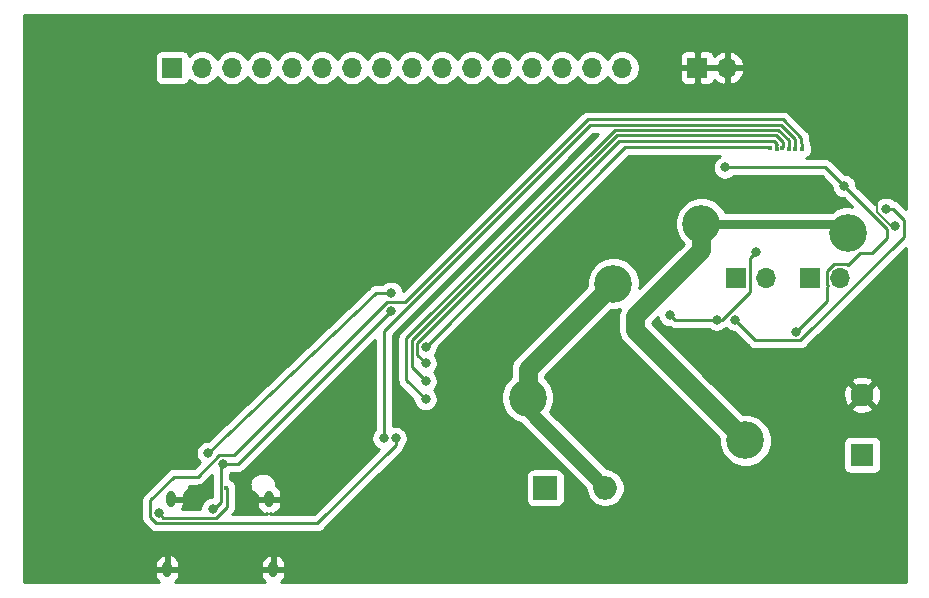
<source format=gbr>
%TF.GenerationSoftware,KiCad,Pcbnew,(5.1.9-0-10_14)*%
%TF.CreationDate,2021-04-08T19:41:26-04:00*%
%TF.ProjectId,RoboCloud,526f626f-436c-46f7-9564-2e6b69636164,rev?*%
%TF.SameCoordinates,Original*%
%TF.FileFunction,Copper,L2,Bot*%
%TF.FilePolarity,Positive*%
%FSLAX46Y46*%
G04 Gerber Fmt 4.6, Leading zero omitted, Abs format (unit mm)*
G04 Created by KiCad (PCBNEW (5.1.9-0-10_14)) date 2021-04-08 19:41:26*
%MOMM*%
%LPD*%
G01*
G04 APERTURE LIST*
%TA.AperFunction,ComponentPad*%
%ADD10C,1.950000*%
%TD*%
%TA.AperFunction,ComponentPad*%
%ADD11R,1.950000X1.950000*%
%TD*%
%TA.AperFunction,ComponentPad*%
%ADD12R,2.000000X2.000000*%
%TD*%
%TA.AperFunction,ComponentPad*%
%ADD13O,2.000000X2.000000*%
%TD*%
%TA.AperFunction,ComponentPad*%
%ADD14O,1.700000X1.700000*%
%TD*%
%TA.AperFunction,ComponentPad*%
%ADD15R,1.700000X1.700000*%
%TD*%
%TA.AperFunction,ComponentPad*%
%ADD16O,0.800000X1.400000*%
%TD*%
%TA.AperFunction,ViaPad*%
%ADD17C,3.200000*%
%TD*%
%TA.AperFunction,ViaPad*%
%ADD18C,0.800000*%
%TD*%
%TA.AperFunction,ViaPad*%
%ADD19C,0.400000*%
%TD*%
%TA.AperFunction,ViaPad*%
%ADD20C,0.450000*%
%TD*%
%TA.AperFunction,Conductor*%
%ADD21C,1.600000*%
%TD*%
%TA.AperFunction,Conductor*%
%ADD22C,0.250000*%
%TD*%
%TA.AperFunction,Conductor*%
%ADD23C,0.800000*%
%TD*%
%TA.AperFunction,Conductor*%
%ADD24C,1.200000*%
%TD*%
%TA.AperFunction,Conductor*%
%ADD25C,0.200000*%
%TD*%
%TA.AperFunction,Conductor*%
%ADD26C,0.254000*%
%TD*%
%TA.AperFunction,Conductor*%
%ADD27C,0.100000*%
%TD*%
G04 APERTURE END LIST*
D10*
%TO.P,J2,2*%
%TO.N,GND*%
X193040000Y-95758000D03*
D11*
%TO.P,J2,1*%
%TO.N,Net-(C2-Pad1)*%
X193040000Y-100838000D03*
%TD*%
D12*
%TO.P,D1,1*%
%TO.N,Net-(C2-Pad1)*%
X166217600Y-103632000D03*
D13*
%TO.P,D1,2*%
%TO.N,Net-(D1-Pad2)*%
X171297600Y-103632000D03*
%TD*%
D14*
%TO.P,M2,2*%
%TO.N,Net-(M2-Pad2)*%
X191198500Y-85852000D03*
D15*
%TO.P,M2,1*%
%TO.N,Net-(M2-Pad1)*%
X188658500Y-85852000D03*
%TD*%
%TO.P,PINS,1*%
%TO.N,Net-(J1-Pad1)*%
X134620000Y-68072000D03*
D14*
%TO.P,PINS,2*%
%TO.N,Net-(J1-Pad2)*%
X137160000Y-68072000D03*
%TO.P,PINS,3*%
%TO.N,Net-(J1-Pad3)*%
X139700000Y-68072000D03*
%TO.P,PINS,4*%
%TO.N,Net-(J1-Pad4)*%
X142240000Y-68072000D03*
%TO.P,PINS,5*%
%TO.N,Net-(J1-Pad5)*%
X144780000Y-68072000D03*
%TO.P,PINS,6*%
%TO.N,Net-(J1-Pad6)*%
X147320000Y-68072000D03*
%TO.P,PINS,7*%
%TO.N,Net-(J1-Pad7)*%
X149860000Y-68072000D03*
%TO.P,PINS,8*%
%TO.N,Net-(J1-Pad8)*%
X152400000Y-68072000D03*
%TO.P,PINS,9*%
%TO.N,Net-(J1-Pad9)*%
X154940000Y-68072000D03*
%TO.P,PINS,10*%
%TO.N,Net-(J1-Pad10)*%
X157480000Y-68072000D03*
%TO.P,PINS,11*%
%TO.N,Net-(J1-Pad11)*%
X160020000Y-68072000D03*
%TO.P,PINS,12*%
%TO.N,Net-(J1-Pad12)*%
X162560000Y-68072000D03*
%TO.P,PINS,13*%
%TO.N,Net-(J1-Pad13)*%
X165100000Y-68072000D03*
%TO.P,PINS,14*%
%TO.N,Net-(J1-Pad14)*%
X167640000Y-68072000D03*
%TO.P,PINS,15*%
%TO.N,Net-(J1-Pad15)*%
X170180000Y-68072000D03*
%TO.P,PINS,16*%
%TO.N,Net-(J1-Pad16)*%
X172720000Y-68072000D03*
%TD*%
D16*
%TO.P,J3,S1*%
%TO.N,GND*%
X134554000Y-104586000D03*
X142814000Y-104586000D03*
X143174000Y-110536000D03*
X134194000Y-110536000D03*
%TD*%
D15*
%TO.P,GND,1*%
%TO.N,GND*%
X179070000Y-68072000D03*
D14*
%TO.P,GND,2*%
X181610000Y-68072000D03*
%TD*%
%TO.P,M1,2*%
%TO.N,Net-(M1-Pad2)*%
X184912000Y-85852000D03*
D15*
%TO.P,M1,1*%
%TO.N,Net-(M1-Pad1)*%
X182372000Y-85852000D03*
%TD*%
D17*
%TO.N,Net-(C2-Pad1)*%
X179425600Y-81280000D03*
X191820800Y-82042000D03*
X183159400Y-99631500D03*
D18*
%TO.N,Net-(C4-Pad2)*%
X181406800Y-76504800D03*
X191516000Y-78105000D03*
X187452000Y-90424000D03*
D17*
%TO.N,Net-(D1-Pad2)*%
X164719000Y-96012000D03*
X171958000Y-86360000D03*
D18*
%TO.N,Net-(J3-PadA6)*%
X137668000Y-100711000D03*
X153162000Y-87122000D03*
%TO.N,Net-(J3-PadA7)*%
X153162000Y-88646000D03*
X138049000Y-105410000D03*
X138938000Y-101600000D03*
%TO.N,Net-(J3-PadB5)*%
X133477000Y-105791000D03*
D19*
X139192000Y-103632000D03*
D18*
%TO.N,Net-(R1-Pad2)*%
X182245000Y-89408000D03*
X195051459Y-80010000D03*
%TO.N,Net-(U1-Pad39)*%
X153543000Y-99441000D03*
D20*
X187947300Y-74968100D03*
%TO.N,Net-(U1-Pad40)*%
X187337700Y-74930000D03*
D18*
X152527000Y-99441000D03*
D20*
%TO.N,Net-(U1-Pad41)*%
X186829700Y-74930000D03*
D18*
X156083000Y-96139000D03*
D20*
%TO.N,Net-(U1-Pad42)*%
X186296300Y-74891900D03*
D18*
X156083000Y-94615000D03*
D20*
%TO.N,Net-(U1-Pad43)*%
X185801000Y-74930000D03*
D18*
X156083000Y-93091000D03*
D20*
%TO.N,Net-(U1-Pad44)*%
X185229500Y-74828400D03*
D18*
X156083000Y-91694000D03*
D20*
%TO.N,GND*%
X136448800Y-103530400D03*
D18*
X195840584Y-81478394D03*
X151130000Y-93980000D03*
X176530000Y-76200000D03*
D19*
X132080000Y-102616000D03*
D18*
X160845500Y-96266000D03*
X151130000Y-99822000D03*
D20*
X141033500Y-103568500D03*
D18*
X135763000Y-94742000D03*
%TO.N,Net-(C4-Pad1)*%
X176784000Y-89027000D03*
X184023000Y-83693000D03*
X180721000Y-89408000D03*
%TD*%
D21*
%TO.N,Net-(C2-Pad1)*%
X183159400Y-99631500D02*
X173837600Y-90309700D01*
X173837600Y-90309700D02*
X173837600Y-89103200D01*
X179425600Y-83515200D02*
X179425600Y-81280000D01*
X173837600Y-89103200D02*
X179425600Y-83515200D01*
D22*
X191058800Y-81280000D02*
X191820800Y-82042000D01*
D23*
X179425600Y-81280000D02*
X191058800Y-81280000D01*
D22*
%TO.N,Net-(C4-Pad2)*%
X189915800Y-76504800D02*
X191516000Y-78105000D01*
X181406800Y-76504800D02*
X189915800Y-76504800D01*
X195173600Y-82499200D02*
X195173600Y-81762600D01*
X190634499Y-84676999D02*
X191762501Y-84676999D01*
X190023499Y-86416001D02*
X190023499Y-85287999D01*
X190023499Y-86633301D02*
X190132149Y-86524651D01*
X195173600Y-81762600D02*
X191516000Y-78105000D01*
X190023499Y-87852501D02*
X190023499Y-86633301D01*
X192887600Y-83769200D02*
X193903600Y-83769200D01*
X187452000Y-90424000D02*
X190023499Y-87852501D01*
X191871151Y-84785649D02*
X192887600Y-83769200D01*
X190023499Y-85287999D02*
X190634499Y-84676999D01*
X193903600Y-83769200D02*
X195173600Y-82499200D01*
X191762501Y-84676999D02*
X191871151Y-84785649D01*
X190132149Y-86524651D02*
X190023499Y-86416001D01*
D21*
%TO.N,Net-(D1-Pad2)*%
X164719000Y-93599000D02*
X171958000Y-86360000D01*
X164719000Y-96012000D02*
X164719000Y-93599000D01*
D22*
X164719000Y-97053400D02*
X164719000Y-96012000D01*
D24*
X171297600Y-103632000D02*
X164719000Y-97053400D01*
D22*
%TO.N,Net-(J3-PadA6)*%
X151892000Y-87122000D02*
X153162000Y-87122000D01*
X137668000Y-100711000D02*
X151892000Y-87122000D01*
%TO.N,Net-(J3-PadA7)*%
X140208000Y-101600000D02*
X153162000Y-88646000D01*
X138938000Y-101600000D02*
X140208000Y-101600000D01*
X138787910Y-104798090D02*
X138176000Y-105410000D01*
X138787910Y-103983912D02*
X138787910Y-104798090D01*
X138766999Y-103554999D02*
X138766999Y-103963001D01*
X138938000Y-101600000D02*
X138787910Y-101750090D01*
X138766999Y-103963001D02*
X138787910Y-103983912D01*
X138787910Y-103534088D02*
X138766999Y-103554999D01*
X138787910Y-101750090D02*
X138787910Y-103534088D01*
%TO.N,Net-(J3-PadB5)*%
X139237920Y-105294082D02*
X139237920Y-103632000D01*
X138341003Y-106190999D02*
X139237920Y-105294082D01*
X133876999Y-106190999D02*
X138341003Y-106190999D01*
X133477000Y-105791000D02*
X133876999Y-106190999D01*
%TO.N,Net-(R1-Pad2)*%
X195617144Y-80010000D02*
X195051459Y-80010000D01*
X182245000Y-89408000D02*
X183986001Y-91149001D01*
X187800001Y-91149001D02*
X196565585Y-82383417D01*
X183986001Y-91149001D02*
X187800001Y-91149001D01*
X196565585Y-82383417D02*
X196565585Y-80958441D01*
X196565585Y-80958441D02*
X195617144Y-80010000D01*
%TO.N,Net-(U1-Pad39)*%
X187902010Y-74030031D02*
X187947300Y-74968100D01*
X186324941Y-72452962D02*
X187902010Y-74030031D01*
X136778999Y-102685999D02*
X138589999Y-100874999D01*
X153543000Y-100006685D02*
X146908677Y-106641008D01*
X139859999Y-100874999D02*
X152813999Y-87920999D01*
X154323593Y-87920999D02*
X169791631Y-72452961D01*
X132751999Y-104705999D02*
X134771999Y-102685999D01*
X132751999Y-106139001D02*
X132751999Y-104705999D01*
X152813999Y-87920999D02*
X154323593Y-87920999D01*
X138589999Y-100874999D02*
X139859999Y-100874999D01*
X146908677Y-106641008D02*
X133254006Y-106641008D01*
X134771999Y-102685999D02*
X136778999Y-102685999D01*
X133254006Y-106641008D02*
X132751999Y-106139001D01*
X169791631Y-72452961D02*
X186324941Y-72452962D01*
X153543000Y-99441000D02*
X153543000Y-100006685D01*
X187947300Y-74968100D02*
X187947300Y-74968100D01*
%TO.N,Net-(U1-Pad40)*%
X186138540Y-72902971D02*
X169978031Y-72902971D01*
X187325000Y-74089431D02*
X186138540Y-72902971D01*
X152527000Y-90354002D02*
X152527000Y-99441000D01*
X169978031Y-72902971D02*
X152527000Y-90354002D01*
X187325000Y-74739500D02*
X187325000Y-74089431D01*
%TO.N,Net-(U1-Pad41)*%
X186817000Y-74217841D02*
X186817000Y-74752200D01*
X185952139Y-73352980D02*
X186817000Y-74217841D01*
X172078199Y-73352979D02*
X185952139Y-73352980D01*
X156083000Y-96139000D02*
X154457981Y-94513981D01*
X154457981Y-90973197D02*
X172078199Y-73352979D01*
X154457981Y-94513981D02*
X154457981Y-90973197D01*
%TO.N,Net-(U1-Pad42)*%
X186309000Y-74346251D02*
X186309000Y-74752200D01*
X185765738Y-73802989D02*
X186309000Y-74346251D01*
X154907990Y-91159598D02*
X172264599Y-73802989D01*
X154907990Y-93439990D02*
X154907990Y-91159598D01*
X172264599Y-73802989D02*
X185765738Y-73802989D01*
X156083000Y-94615000D02*
X154907990Y-93439990D01*
%TO.N,Net-(U1-Pad43)*%
X185557001Y-74252999D02*
X185801000Y-74549000D01*
X172450999Y-74252999D02*
X185557001Y-74252999D01*
X155357999Y-91345999D02*
X172450999Y-74252999D01*
X155357999Y-92365999D02*
X155357999Y-91345999D01*
X156083000Y-93091000D02*
X155357999Y-92365999D01*
X185801000Y-74573198D02*
X185746299Y-74627899D01*
X185801000Y-74549000D02*
X185801000Y-74573198D01*
X185746299Y-74627899D02*
X185746299Y-74853800D01*
%TO.N,Net-(U1-Pad44)*%
X172974000Y-74803000D02*
X185250999Y-74803000D01*
X156083000Y-91694000D02*
X172974000Y-74803000D01*
D25*
%TO.N,GND*%
X195840584Y-81828530D02*
X194310000Y-80297946D01*
X195840584Y-81478394D02*
X195840584Y-81828530D01*
X194310000Y-80297946D02*
X194310000Y-78740000D01*
D22*
%TO.N,Net-(C4-Pad1)*%
X183547001Y-87032997D02*
X181171998Y-89408000D01*
X183547001Y-84168999D02*
X183547001Y-87032997D01*
X181171998Y-89408000D02*
X180721000Y-89408000D01*
X184023000Y-83693000D02*
X183547001Y-84168999D01*
X177165000Y-89408000D02*
X176784000Y-89027000D01*
X180721000Y-89408000D02*
X177165000Y-89408000D01*
%TD*%
D26*
%TO.N,GND*%
X196723000Y-80041054D02*
X196180948Y-79499002D01*
X196157145Y-79469999D01*
X196041420Y-79375026D01*
X195909391Y-79304454D01*
X195766183Y-79261013D01*
X195711233Y-79206063D01*
X195541715Y-79092795D01*
X195353357Y-79014774D01*
X195153398Y-78975000D01*
X194949520Y-78975000D01*
X194749561Y-79014774D01*
X194561203Y-79092795D01*
X194391685Y-79206063D01*
X194247522Y-79350226D01*
X194134254Y-79519744D01*
X194096556Y-79610754D01*
X192551000Y-78065199D01*
X192551000Y-78003061D01*
X192511226Y-77803102D01*
X192433205Y-77614744D01*
X192319937Y-77445226D01*
X192175774Y-77301063D01*
X192006256Y-77187795D01*
X191817898Y-77109774D01*
X191617939Y-77070000D01*
X191555802Y-77070000D01*
X190479604Y-75993803D01*
X190455801Y-75964799D01*
X190340076Y-75869826D01*
X190208047Y-75799254D01*
X190064786Y-75755797D01*
X189953133Y-75744800D01*
X189953122Y-75744800D01*
X189915800Y-75741124D01*
X189878478Y-75744800D01*
X188319469Y-75744800D01*
X188354663Y-75730222D01*
X188495518Y-75636105D01*
X188615305Y-75516318D01*
X188709422Y-75375463D01*
X188774251Y-75218953D01*
X188807300Y-75052803D01*
X188807300Y-74883397D01*
X188774251Y-74717247D01*
X188709422Y-74560737D01*
X188686889Y-74527015D01*
X188663813Y-74049047D01*
X188665686Y-74030030D01*
X188660211Y-73974441D01*
X188659325Y-73956092D01*
X188656551Y-73937284D01*
X188651012Y-73881044D01*
X188645650Y-73863369D01*
X188642956Y-73845099D01*
X188623963Y-73791874D01*
X188607555Y-73737784D01*
X188598848Y-73721495D01*
X188592641Y-73704100D01*
X188563624Y-73655595D01*
X188536983Y-73605754D01*
X188525267Y-73591478D01*
X188515785Y-73575628D01*
X188477872Y-73533727D01*
X188465809Y-73519028D01*
X188452815Y-73506034D01*
X188415341Y-73464618D01*
X188400004Y-73453224D01*
X186888740Y-71941960D01*
X186864942Y-71912962D01*
X186835942Y-71889162D01*
X186749217Y-71817988D01*
X186617187Y-71747416D01*
X186517383Y-71717142D01*
X186473927Y-71703960D01*
X186362274Y-71692963D01*
X186324941Y-71689286D01*
X186287609Y-71692963D01*
X169828953Y-71692961D01*
X169791630Y-71689285D01*
X169754307Y-71692961D01*
X169754299Y-71692961D01*
X169642646Y-71703958D01*
X169561763Y-71728493D01*
X169499384Y-71747415D01*
X169367354Y-71817987D01*
X169280628Y-71889162D01*
X169280624Y-71889166D01*
X169251631Y-71912960D01*
X169227837Y-71941953D01*
X154189157Y-86980634D01*
X154157226Y-86820102D01*
X154079205Y-86631744D01*
X153965937Y-86462226D01*
X153821774Y-86318063D01*
X153652256Y-86204795D01*
X153463898Y-86126774D01*
X153263939Y-86087000D01*
X153060061Y-86087000D01*
X152860102Y-86126774D01*
X152671744Y-86204795D01*
X152502226Y-86318063D01*
X152458289Y-86362000D01*
X151938027Y-86362000D01*
X151909431Y-86358523D01*
X151863370Y-86362000D01*
X151854667Y-86362000D01*
X151826108Y-86364813D01*
X151760148Y-86369792D01*
X151751722Y-86372139D01*
X151743014Y-86372997D01*
X151679669Y-86392212D01*
X151615933Y-86409968D01*
X151608128Y-86413913D01*
X151599753Y-86416454D01*
X151541370Y-86447661D01*
X151482327Y-86477508D01*
X151475440Y-86482902D01*
X151467724Y-86487026D01*
X151416569Y-86529008D01*
X151393999Y-86546684D01*
X151387714Y-86552689D01*
X151351999Y-86581999D01*
X151333720Y-86604272D01*
X137651165Y-99676000D01*
X137566061Y-99676000D01*
X137366102Y-99715774D01*
X137177744Y-99793795D01*
X137008226Y-99907063D01*
X136864063Y-100051226D01*
X136750795Y-100220744D01*
X136672774Y-100409102D01*
X136633000Y-100609061D01*
X136633000Y-100812939D01*
X136672774Y-101012898D01*
X136750795Y-101201256D01*
X136864063Y-101370774D01*
X136941743Y-101448454D01*
X136464198Y-101925999D01*
X134809321Y-101925999D01*
X134771998Y-101922323D01*
X134734675Y-101925999D01*
X134734666Y-101925999D01*
X134623013Y-101936996D01*
X134479752Y-101980453D01*
X134347723Y-102051025D01*
X134347721Y-102051026D01*
X134347722Y-102051026D01*
X134260995Y-102122200D01*
X134260991Y-102122204D01*
X134231998Y-102145998D01*
X134208204Y-102174991D01*
X132240997Y-104142200D01*
X132211999Y-104165998D01*
X132188201Y-104194996D01*
X132188200Y-104194997D01*
X132117025Y-104281723D01*
X132046453Y-104413753D01*
X132002997Y-104557014D01*
X131988323Y-104705999D01*
X131992000Y-104743331D01*
X131991999Y-106101678D01*
X131988323Y-106139001D01*
X131991999Y-106176323D01*
X131991999Y-106176333D01*
X132002996Y-106287986D01*
X132021432Y-106348761D01*
X132046453Y-106431247D01*
X132117025Y-106563277D01*
X132143008Y-106594937D01*
X132211998Y-106679002D01*
X132241002Y-106702805D01*
X132690202Y-107152005D01*
X132714005Y-107181009D01*
X132787152Y-107241039D01*
X132829729Y-107275982D01*
X132961759Y-107346554D01*
X133105020Y-107390011D01*
X133216673Y-107401008D01*
X133216682Y-107401008D01*
X133254005Y-107404684D01*
X133291328Y-107401008D01*
X146871355Y-107401008D01*
X146908677Y-107404684D01*
X146945999Y-107401008D01*
X146946010Y-107401008D01*
X147057663Y-107390011D01*
X147200924Y-107346554D01*
X147332953Y-107275982D01*
X147448678Y-107181009D01*
X147472481Y-107152005D01*
X151992486Y-102632000D01*
X164579528Y-102632000D01*
X164579528Y-104632000D01*
X164591788Y-104756482D01*
X164628098Y-104876180D01*
X164687063Y-104986494D01*
X164766415Y-105083185D01*
X164863106Y-105162537D01*
X164973420Y-105221502D01*
X165093118Y-105257812D01*
X165217600Y-105270072D01*
X167217600Y-105270072D01*
X167342082Y-105257812D01*
X167461780Y-105221502D01*
X167572094Y-105162537D01*
X167668785Y-105083185D01*
X167748137Y-104986494D01*
X167807102Y-104876180D01*
X167843412Y-104756482D01*
X167855672Y-104632000D01*
X167855672Y-102632000D01*
X167843412Y-102507518D01*
X167807102Y-102387820D01*
X167748137Y-102277506D01*
X167668785Y-102180815D01*
X167572094Y-102101463D01*
X167461780Y-102042498D01*
X167342082Y-102006188D01*
X167217600Y-101993928D01*
X165217600Y-101993928D01*
X165093118Y-102006188D01*
X164973420Y-102042498D01*
X164863106Y-102101463D01*
X164766415Y-102180815D01*
X164687063Y-102277506D01*
X164628098Y-102387820D01*
X164591788Y-102507518D01*
X164579528Y-102632000D01*
X151992486Y-102632000D01*
X154054003Y-100570484D01*
X154083001Y-100546686D01*
X154177974Y-100430961D01*
X154248546Y-100298932D01*
X154291987Y-100155724D01*
X154346937Y-100100774D01*
X154460205Y-99931256D01*
X154538226Y-99742898D01*
X154578000Y-99542939D01*
X154578000Y-99339061D01*
X154538226Y-99139102D01*
X154460205Y-98950744D01*
X154346937Y-98781226D01*
X154202774Y-98637063D01*
X154033256Y-98523795D01*
X153844898Y-98445774D01*
X153644939Y-98406000D01*
X153441061Y-98406000D01*
X153287000Y-98436644D01*
X153287000Y-90668803D01*
X170292833Y-73662971D01*
X170693405Y-73662971D01*
X153946979Y-90409398D01*
X153917981Y-90433196D01*
X153894183Y-90462194D01*
X153894182Y-90462195D01*
X153823007Y-90548921D01*
X153752435Y-90680951D01*
X153708979Y-90824212D01*
X153694305Y-90973197D01*
X153697982Y-91010529D01*
X153697981Y-94476658D01*
X153694305Y-94513981D01*
X153697981Y-94551303D01*
X153697981Y-94551313D01*
X153708978Y-94662966D01*
X153752435Y-94806227D01*
X153823007Y-94938257D01*
X153862852Y-94986807D01*
X153917980Y-95053982D01*
X153946984Y-95077785D01*
X155048000Y-96178802D01*
X155048000Y-96240939D01*
X155087774Y-96440898D01*
X155165795Y-96629256D01*
X155279063Y-96798774D01*
X155423226Y-96942937D01*
X155592744Y-97056205D01*
X155781102Y-97134226D01*
X155981061Y-97174000D01*
X156184939Y-97174000D01*
X156384898Y-97134226D01*
X156573256Y-97056205D01*
X156742774Y-96942937D01*
X156886937Y-96798774D01*
X157000205Y-96629256D01*
X157078226Y-96440898D01*
X157118000Y-96240939D01*
X157118000Y-96037061D01*
X157078226Y-95837102D01*
X157000205Y-95648744D01*
X156886937Y-95479226D01*
X156784711Y-95377000D01*
X156886937Y-95274774D01*
X157000205Y-95105256D01*
X157078226Y-94916898D01*
X157118000Y-94716939D01*
X157118000Y-94513061D01*
X157078226Y-94313102D01*
X157000205Y-94124744D01*
X156886937Y-93955226D01*
X156784711Y-93853000D01*
X156886937Y-93750774D01*
X157000205Y-93581256D01*
X157078226Y-93392898D01*
X157118000Y-93192939D01*
X157118000Y-92989061D01*
X157078226Y-92789102D01*
X157000205Y-92600744D01*
X156886937Y-92431226D01*
X156848211Y-92392500D01*
X156886937Y-92353774D01*
X157000205Y-92184256D01*
X157078226Y-91995898D01*
X157118000Y-91795939D01*
X157118000Y-91733801D01*
X173288802Y-75563000D01*
X180975921Y-75563000D01*
X180916544Y-75587595D01*
X180747026Y-75700863D01*
X180602863Y-75845026D01*
X180489595Y-76014544D01*
X180411574Y-76202902D01*
X180371800Y-76402861D01*
X180371800Y-76606739D01*
X180411574Y-76806698D01*
X180489595Y-76995056D01*
X180602863Y-77164574D01*
X180747026Y-77308737D01*
X180916544Y-77422005D01*
X181104902Y-77500026D01*
X181304861Y-77539800D01*
X181508739Y-77539800D01*
X181708698Y-77500026D01*
X181897056Y-77422005D01*
X182066574Y-77308737D01*
X182110511Y-77264800D01*
X189600999Y-77264800D01*
X190481000Y-78144802D01*
X190481000Y-78206939D01*
X190520774Y-78406898D01*
X190598795Y-78595256D01*
X190712063Y-78764774D01*
X190856226Y-78908937D01*
X191025744Y-79022205D01*
X191214102Y-79100226D01*
X191414061Y-79140000D01*
X191476199Y-79140000D01*
X192168593Y-79832394D01*
X192040928Y-79807000D01*
X191600672Y-79807000D01*
X191168875Y-79892890D01*
X190762131Y-80061369D01*
X190487307Y-80245000D01*
X181416035Y-80245000D01*
X181406231Y-80221331D01*
X181161638Y-79855271D01*
X180850329Y-79543962D01*
X180484269Y-79299369D01*
X180077525Y-79130890D01*
X179645728Y-79045000D01*
X179205472Y-79045000D01*
X178773675Y-79130890D01*
X178366931Y-79299369D01*
X178000871Y-79543962D01*
X177689562Y-79855271D01*
X177444969Y-80221331D01*
X177276490Y-80628075D01*
X177190600Y-81059872D01*
X177190600Y-81500128D01*
X177276490Y-81931925D01*
X177444969Y-82338669D01*
X177689562Y-82704729D01*
X177948118Y-82963285D01*
X174158665Y-86752739D01*
X174193000Y-86580128D01*
X174193000Y-86139872D01*
X174107110Y-85708075D01*
X173938631Y-85301331D01*
X173694038Y-84935271D01*
X173382729Y-84623962D01*
X173016669Y-84379369D01*
X172609925Y-84210890D01*
X172178128Y-84125000D01*
X171737872Y-84125000D01*
X171306075Y-84210890D01*
X170899331Y-84379369D01*
X170533271Y-84623962D01*
X170221962Y-84935271D01*
X169977369Y-85301331D01*
X169808890Y-85708075D01*
X169723000Y-86139872D01*
X169723000Y-86565604D01*
X163754155Y-92534450D01*
X163699393Y-92579392D01*
X163520069Y-92797899D01*
X163519613Y-92798753D01*
X163386818Y-93047193D01*
X163304764Y-93317692D01*
X163277057Y-93599000D01*
X163284001Y-93669502D01*
X163284001Y-94286232D01*
X162982962Y-94587271D01*
X162738369Y-94953331D01*
X162569890Y-95360075D01*
X162484000Y-95791872D01*
X162484000Y-96232128D01*
X162569890Y-96663925D01*
X162738369Y-97070669D01*
X162982962Y-97436729D01*
X163294271Y-97748038D01*
X163660331Y-97992631D01*
X164067075Y-98161110D01*
X164083405Y-98164358D01*
X169662600Y-103743554D01*
X169662600Y-103793033D01*
X169725432Y-104108912D01*
X169848682Y-104406463D01*
X170027613Y-104674252D01*
X170255348Y-104901987D01*
X170523137Y-105080918D01*
X170820688Y-105204168D01*
X171136567Y-105267000D01*
X171458633Y-105267000D01*
X171774512Y-105204168D01*
X172072063Y-105080918D01*
X172339852Y-104901987D01*
X172567587Y-104674252D01*
X172746518Y-104406463D01*
X172869768Y-104108912D01*
X172932600Y-103793033D01*
X172932600Y-103470967D01*
X172869768Y-103155088D01*
X172746518Y-102857537D01*
X172567587Y-102589748D01*
X172339852Y-102362013D01*
X172072063Y-102183082D01*
X171774512Y-102059832D01*
X171458633Y-101997000D01*
X171409154Y-101997000D01*
X166612790Y-97200637D01*
X166699631Y-97070669D01*
X166868110Y-96663925D01*
X166954000Y-96232128D01*
X166954000Y-95791872D01*
X166868110Y-95360075D01*
X166699631Y-94953331D01*
X166455038Y-94587271D01*
X166154000Y-94286233D01*
X166154000Y-94193395D01*
X171752396Y-88595000D01*
X172178128Y-88595000D01*
X172518274Y-88527341D01*
X172505418Y-88551392D01*
X172423364Y-88821891D01*
X172411904Y-88938247D01*
X172395657Y-89103200D01*
X172402600Y-89173692D01*
X172402600Y-90239208D01*
X172395657Y-90309700D01*
X172406915Y-90424000D01*
X172423364Y-90591008D01*
X172505418Y-90861507D01*
X172638668Y-91110800D01*
X172817992Y-91329307D01*
X172872755Y-91374250D01*
X180924400Y-99425896D01*
X180924400Y-99851628D01*
X181010290Y-100283425D01*
X181178769Y-100690169D01*
X181423362Y-101056229D01*
X181734671Y-101367538D01*
X182100731Y-101612131D01*
X182507475Y-101780610D01*
X182939272Y-101866500D01*
X183379528Y-101866500D01*
X183811325Y-101780610D01*
X184218069Y-101612131D01*
X184584129Y-101367538D01*
X184895438Y-101056229D01*
X185140031Y-100690169D01*
X185308510Y-100283425D01*
X185392137Y-99863000D01*
X191426928Y-99863000D01*
X191426928Y-101813000D01*
X191439188Y-101937482D01*
X191475498Y-102057180D01*
X191534463Y-102167494D01*
X191613815Y-102264185D01*
X191710506Y-102343537D01*
X191820820Y-102402502D01*
X191940518Y-102438812D01*
X192065000Y-102451072D01*
X194015000Y-102451072D01*
X194139482Y-102438812D01*
X194259180Y-102402502D01*
X194369494Y-102343537D01*
X194466185Y-102264185D01*
X194545537Y-102167494D01*
X194604502Y-102057180D01*
X194640812Y-101937482D01*
X194653072Y-101813000D01*
X194653072Y-99863000D01*
X194640812Y-99738518D01*
X194604502Y-99618820D01*
X194545537Y-99508506D01*
X194466185Y-99411815D01*
X194369494Y-99332463D01*
X194259180Y-99273498D01*
X194139482Y-99237188D01*
X194015000Y-99224928D01*
X192065000Y-99224928D01*
X191940518Y-99237188D01*
X191820820Y-99273498D01*
X191710506Y-99332463D01*
X191613815Y-99411815D01*
X191534463Y-99508506D01*
X191475498Y-99618820D01*
X191439188Y-99738518D01*
X191426928Y-99863000D01*
X185392137Y-99863000D01*
X185394400Y-99851628D01*
X185394400Y-99411372D01*
X185308510Y-98979575D01*
X185140031Y-98572831D01*
X184895438Y-98206771D01*
X184584129Y-97895462D01*
X184218069Y-97650869D01*
X183811325Y-97482390D01*
X183379528Y-97396500D01*
X182953796Y-97396500D01*
X182432880Y-96875584D01*
X192102021Y-96875584D01*
X192194766Y-97137429D01*
X192480120Y-97275820D01*
X192786990Y-97355883D01*
X193103584Y-97374540D01*
X193417733Y-97331074D01*
X193717367Y-97227156D01*
X193885234Y-97137429D01*
X193977979Y-96875584D01*
X193040000Y-95937605D01*
X192102021Y-96875584D01*
X182432880Y-96875584D01*
X181378880Y-95821584D01*
X191423460Y-95821584D01*
X191466926Y-96135733D01*
X191570844Y-96435367D01*
X191660571Y-96603234D01*
X191922416Y-96695979D01*
X192860395Y-95758000D01*
X193219605Y-95758000D01*
X194157584Y-96695979D01*
X194419429Y-96603234D01*
X194557820Y-96317880D01*
X194637883Y-96011010D01*
X194656540Y-95694416D01*
X194613074Y-95380267D01*
X194509156Y-95080633D01*
X194419429Y-94912766D01*
X194157584Y-94820021D01*
X193219605Y-95758000D01*
X192860395Y-95758000D01*
X191922416Y-94820021D01*
X191660571Y-94912766D01*
X191522180Y-95198120D01*
X191442117Y-95504990D01*
X191423460Y-95821584D01*
X181378880Y-95821584D01*
X180197712Y-94640416D01*
X192102021Y-94640416D01*
X193040000Y-95578395D01*
X193977979Y-94640416D01*
X193885234Y-94378571D01*
X193599880Y-94240180D01*
X193293010Y-94160117D01*
X192976416Y-94141460D01*
X192662267Y-94184926D01*
X192362633Y-94288844D01*
X192194766Y-94378571D01*
X192102021Y-94640416D01*
X180197712Y-94640416D01*
X175272600Y-89715305D01*
X175272600Y-89697595D01*
X175764306Y-89205889D01*
X175788774Y-89328898D01*
X175866795Y-89517256D01*
X175980063Y-89686774D01*
X176124226Y-89830937D01*
X176293744Y-89944205D01*
X176482102Y-90022226D01*
X176682061Y-90062000D01*
X176776319Y-90062000D01*
X176872753Y-90113546D01*
X177016014Y-90157003D01*
X177127667Y-90168000D01*
X177127676Y-90168000D01*
X177164999Y-90171676D01*
X177202322Y-90168000D01*
X180017289Y-90168000D01*
X180061226Y-90211937D01*
X180230744Y-90325205D01*
X180419102Y-90403226D01*
X180619061Y-90443000D01*
X180822939Y-90443000D01*
X181022898Y-90403226D01*
X181211256Y-90325205D01*
X181380774Y-90211937D01*
X181483000Y-90109711D01*
X181585226Y-90211937D01*
X181754744Y-90325205D01*
X181943102Y-90403226D01*
X182143061Y-90443000D01*
X182205199Y-90443000D01*
X183422202Y-91660004D01*
X183446000Y-91689002D01*
X183561725Y-91783975D01*
X183693754Y-91854547D01*
X183837015Y-91898004D01*
X183948668Y-91909001D01*
X183948677Y-91909001D01*
X183986000Y-91912677D01*
X184023323Y-91909001D01*
X187762679Y-91909001D01*
X187800001Y-91912677D01*
X187837323Y-91909001D01*
X187837334Y-91909001D01*
X187948987Y-91898004D01*
X188092248Y-91854547D01*
X188224277Y-91783975D01*
X188340002Y-91689002D01*
X188363805Y-91659998D01*
X196723000Y-83300804D01*
X196723000Y-111633000D01*
X143841919Y-111633000D01*
X143964013Y-111516612D01*
X144081614Y-111349410D01*
X144164336Y-111162478D01*
X144209000Y-110963000D01*
X144209000Y-110663000D01*
X143301000Y-110663000D01*
X143301000Y-110683000D01*
X143047000Y-110683000D01*
X143047000Y-110663000D01*
X142139000Y-110663000D01*
X142139000Y-110963000D01*
X142183664Y-111162478D01*
X142266386Y-111349410D01*
X142383987Y-111516612D01*
X142506081Y-111633000D01*
X134861919Y-111633000D01*
X134984013Y-111516612D01*
X135101614Y-111349410D01*
X135184336Y-111162478D01*
X135229000Y-110963000D01*
X135229000Y-110663000D01*
X134321000Y-110663000D01*
X134321000Y-110683000D01*
X134067000Y-110683000D01*
X134067000Y-110663000D01*
X133159000Y-110663000D01*
X133159000Y-110963000D01*
X133203664Y-111162478D01*
X133286386Y-111349410D01*
X133403987Y-111516612D01*
X133526081Y-111633000D01*
X122047000Y-111633000D01*
X122047000Y-110109000D01*
X133159000Y-110109000D01*
X133159000Y-110409000D01*
X134067000Y-110409000D01*
X134067000Y-109369002D01*
X134321000Y-109369002D01*
X134321000Y-110409000D01*
X135229000Y-110409000D01*
X135229000Y-110109000D01*
X142139000Y-110109000D01*
X142139000Y-110409000D01*
X143047000Y-110409000D01*
X143047000Y-109369002D01*
X143301000Y-109369002D01*
X143301000Y-110409000D01*
X144209000Y-110409000D01*
X144209000Y-110109000D01*
X144164336Y-109909522D01*
X144081614Y-109722590D01*
X143964013Y-109555388D01*
X143816052Y-109414342D01*
X143643418Y-109304872D01*
X143460123Y-109241334D01*
X143301000Y-109369002D01*
X143047000Y-109369002D01*
X142887877Y-109241334D01*
X142704582Y-109304872D01*
X142531948Y-109414342D01*
X142383987Y-109555388D01*
X142266386Y-109722590D01*
X142183664Y-109909522D01*
X142139000Y-110109000D01*
X135229000Y-110109000D01*
X135184336Y-109909522D01*
X135101614Y-109722590D01*
X134984013Y-109555388D01*
X134836052Y-109414342D01*
X134663418Y-109304872D01*
X134480123Y-109241334D01*
X134321000Y-109369002D01*
X134067000Y-109369002D01*
X133907877Y-109241334D01*
X133724582Y-109304872D01*
X133551948Y-109414342D01*
X133403987Y-109555388D01*
X133286386Y-109722590D01*
X133203664Y-109909522D01*
X133159000Y-110109000D01*
X122047000Y-110109000D01*
X122047000Y-67222000D01*
X133131928Y-67222000D01*
X133131928Y-68922000D01*
X133144188Y-69046482D01*
X133180498Y-69166180D01*
X133239463Y-69276494D01*
X133318815Y-69373185D01*
X133415506Y-69452537D01*
X133525820Y-69511502D01*
X133645518Y-69547812D01*
X133770000Y-69560072D01*
X135470000Y-69560072D01*
X135594482Y-69547812D01*
X135714180Y-69511502D01*
X135824494Y-69452537D01*
X135921185Y-69373185D01*
X136000537Y-69276494D01*
X136059502Y-69166180D01*
X136081513Y-69093620D01*
X136213368Y-69225475D01*
X136456589Y-69387990D01*
X136726842Y-69499932D01*
X137013740Y-69557000D01*
X137306260Y-69557000D01*
X137593158Y-69499932D01*
X137863411Y-69387990D01*
X138106632Y-69225475D01*
X138313475Y-69018632D01*
X138430000Y-68844240D01*
X138546525Y-69018632D01*
X138753368Y-69225475D01*
X138996589Y-69387990D01*
X139266842Y-69499932D01*
X139553740Y-69557000D01*
X139846260Y-69557000D01*
X140133158Y-69499932D01*
X140403411Y-69387990D01*
X140646632Y-69225475D01*
X140853475Y-69018632D01*
X140970000Y-68844240D01*
X141086525Y-69018632D01*
X141293368Y-69225475D01*
X141536589Y-69387990D01*
X141806842Y-69499932D01*
X142093740Y-69557000D01*
X142386260Y-69557000D01*
X142673158Y-69499932D01*
X142943411Y-69387990D01*
X143186632Y-69225475D01*
X143393475Y-69018632D01*
X143510000Y-68844240D01*
X143626525Y-69018632D01*
X143833368Y-69225475D01*
X144076589Y-69387990D01*
X144346842Y-69499932D01*
X144633740Y-69557000D01*
X144926260Y-69557000D01*
X145213158Y-69499932D01*
X145483411Y-69387990D01*
X145726632Y-69225475D01*
X145933475Y-69018632D01*
X146050000Y-68844240D01*
X146166525Y-69018632D01*
X146373368Y-69225475D01*
X146616589Y-69387990D01*
X146886842Y-69499932D01*
X147173740Y-69557000D01*
X147466260Y-69557000D01*
X147753158Y-69499932D01*
X148023411Y-69387990D01*
X148266632Y-69225475D01*
X148473475Y-69018632D01*
X148590000Y-68844240D01*
X148706525Y-69018632D01*
X148913368Y-69225475D01*
X149156589Y-69387990D01*
X149426842Y-69499932D01*
X149713740Y-69557000D01*
X150006260Y-69557000D01*
X150293158Y-69499932D01*
X150563411Y-69387990D01*
X150806632Y-69225475D01*
X151013475Y-69018632D01*
X151130000Y-68844240D01*
X151246525Y-69018632D01*
X151453368Y-69225475D01*
X151696589Y-69387990D01*
X151966842Y-69499932D01*
X152253740Y-69557000D01*
X152546260Y-69557000D01*
X152833158Y-69499932D01*
X153103411Y-69387990D01*
X153346632Y-69225475D01*
X153553475Y-69018632D01*
X153670000Y-68844240D01*
X153786525Y-69018632D01*
X153993368Y-69225475D01*
X154236589Y-69387990D01*
X154506842Y-69499932D01*
X154793740Y-69557000D01*
X155086260Y-69557000D01*
X155373158Y-69499932D01*
X155643411Y-69387990D01*
X155886632Y-69225475D01*
X156093475Y-69018632D01*
X156210000Y-68844240D01*
X156326525Y-69018632D01*
X156533368Y-69225475D01*
X156776589Y-69387990D01*
X157046842Y-69499932D01*
X157333740Y-69557000D01*
X157626260Y-69557000D01*
X157913158Y-69499932D01*
X158183411Y-69387990D01*
X158426632Y-69225475D01*
X158633475Y-69018632D01*
X158750000Y-68844240D01*
X158866525Y-69018632D01*
X159073368Y-69225475D01*
X159316589Y-69387990D01*
X159586842Y-69499932D01*
X159873740Y-69557000D01*
X160166260Y-69557000D01*
X160453158Y-69499932D01*
X160723411Y-69387990D01*
X160966632Y-69225475D01*
X161173475Y-69018632D01*
X161290000Y-68844240D01*
X161406525Y-69018632D01*
X161613368Y-69225475D01*
X161856589Y-69387990D01*
X162126842Y-69499932D01*
X162413740Y-69557000D01*
X162706260Y-69557000D01*
X162993158Y-69499932D01*
X163263411Y-69387990D01*
X163506632Y-69225475D01*
X163713475Y-69018632D01*
X163830000Y-68844240D01*
X163946525Y-69018632D01*
X164153368Y-69225475D01*
X164396589Y-69387990D01*
X164666842Y-69499932D01*
X164953740Y-69557000D01*
X165246260Y-69557000D01*
X165533158Y-69499932D01*
X165803411Y-69387990D01*
X166046632Y-69225475D01*
X166253475Y-69018632D01*
X166370000Y-68844240D01*
X166486525Y-69018632D01*
X166693368Y-69225475D01*
X166936589Y-69387990D01*
X167206842Y-69499932D01*
X167493740Y-69557000D01*
X167786260Y-69557000D01*
X168073158Y-69499932D01*
X168343411Y-69387990D01*
X168586632Y-69225475D01*
X168793475Y-69018632D01*
X168910000Y-68844240D01*
X169026525Y-69018632D01*
X169233368Y-69225475D01*
X169476589Y-69387990D01*
X169746842Y-69499932D01*
X170033740Y-69557000D01*
X170326260Y-69557000D01*
X170613158Y-69499932D01*
X170883411Y-69387990D01*
X171126632Y-69225475D01*
X171333475Y-69018632D01*
X171450000Y-68844240D01*
X171566525Y-69018632D01*
X171773368Y-69225475D01*
X172016589Y-69387990D01*
X172286842Y-69499932D01*
X172573740Y-69557000D01*
X172866260Y-69557000D01*
X173153158Y-69499932D01*
X173423411Y-69387990D01*
X173666632Y-69225475D01*
X173873475Y-69018632D01*
X173938042Y-68922000D01*
X177581928Y-68922000D01*
X177594188Y-69046482D01*
X177630498Y-69166180D01*
X177689463Y-69276494D01*
X177768815Y-69373185D01*
X177865506Y-69452537D01*
X177975820Y-69511502D01*
X178095518Y-69547812D01*
X178220000Y-69560072D01*
X178784250Y-69557000D01*
X178943000Y-69398250D01*
X178943000Y-68199000D01*
X179197000Y-68199000D01*
X179197000Y-69398250D01*
X179355750Y-69557000D01*
X179920000Y-69560072D01*
X180044482Y-69547812D01*
X180164180Y-69511502D01*
X180274494Y-69452537D01*
X180371185Y-69373185D01*
X180450537Y-69276494D01*
X180509502Y-69166180D01*
X180533966Y-69085534D01*
X180609731Y-69169588D01*
X180843080Y-69343641D01*
X181105901Y-69468825D01*
X181253110Y-69513476D01*
X181483000Y-69392155D01*
X181483000Y-68199000D01*
X181737000Y-68199000D01*
X181737000Y-69392155D01*
X181966890Y-69513476D01*
X182114099Y-69468825D01*
X182376920Y-69343641D01*
X182610269Y-69169588D01*
X182805178Y-68953355D01*
X182954157Y-68703252D01*
X183051481Y-68428891D01*
X182930814Y-68199000D01*
X181737000Y-68199000D01*
X181483000Y-68199000D01*
X179197000Y-68199000D01*
X178943000Y-68199000D01*
X177743750Y-68199000D01*
X177585000Y-68357750D01*
X177581928Y-68922000D01*
X173938042Y-68922000D01*
X174035990Y-68775411D01*
X174147932Y-68505158D01*
X174205000Y-68218260D01*
X174205000Y-67925740D01*
X174147932Y-67638842D01*
X174035990Y-67368589D01*
X173938043Y-67222000D01*
X177581928Y-67222000D01*
X177585000Y-67786250D01*
X177743750Y-67945000D01*
X178943000Y-67945000D01*
X178943000Y-66745750D01*
X179197000Y-66745750D01*
X179197000Y-67945000D01*
X181483000Y-67945000D01*
X181483000Y-66751845D01*
X181737000Y-66751845D01*
X181737000Y-67945000D01*
X182930814Y-67945000D01*
X183051481Y-67715109D01*
X182954157Y-67440748D01*
X182805178Y-67190645D01*
X182610269Y-66974412D01*
X182376920Y-66800359D01*
X182114099Y-66675175D01*
X181966890Y-66630524D01*
X181737000Y-66751845D01*
X181483000Y-66751845D01*
X181253110Y-66630524D01*
X181105901Y-66675175D01*
X180843080Y-66800359D01*
X180609731Y-66974412D01*
X180533966Y-67058466D01*
X180509502Y-66977820D01*
X180450537Y-66867506D01*
X180371185Y-66770815D01*
X180274494Y-66691463D01*
X180164180Y-66632498D01*
X180044482Y-66596188D01*
X179920000Y-66583928D01*
X179355750Y-66587000D01*
X179197000Y-66745750D01*
X178943000Y-66745750D01*
X178784250Y-66587000D01*
X178220000Y-66583928D01*
X178095518Y-66596188D01*
X177975820Y-66632498D01*
X177865506Y-66691463D01*
X177768815Y-66770815D01*
X177689463Y-66867506D01*
X177630498Y-66977820D01*
X177594188Y-67097518D01*
X177581928Y-67222000D01*
X173938043Y-67222000D01*
X173873475Y-67125368D01*
X173666632Y-66918525D01*
X173423411Y-66756010D01*
X173153158Y-66644068D01*
X172866260Y-66587000D01*
X172573740Y-66587000D01*
X172286842Y-66644068D01*
X172016589Y-66756010D01*
X171773368Y-66918525D01*
X171566525Y-67125368D01*
X171450000Y-67299760D01*
X171333475Y-67125368D01*
X171126632Y-66918525D01*
X170883411Y-66756010D01*
X170613158Y-66644068D01*
X170326260Y-66587000D01*
X170033740Y-66587000D01*
X169746842Y-66644068D01*
X169476589Y-66756010D01*
X169233368Y-66918525D01*
X169026525Y-67125368D01*
X168910000Y-67299760D01*
X168793475Y-67125368D01*
X168586632Y-66918525D01*
X168343411Y-66756010D01*
X168073158Y-66644068D01*
X167786260Y-66587000D01*
X167493740Y-66587000D01*
X167206842Y-66644068D01*
X166936589Y-66756010D01*
X166693368Y-66918525D01*
X166486525Y-67125368D01*
X166370000Y-67299760D01*
X166253475Y-67125368D01*
X166046632Y-66918525D01*
X165803411Y-66756010D01*
X165533158Y-66644068D01*
X165246260Y-66587000D01*
X164953740Y-66587000D01*
X164666842Y-66644068D01*
X164396589Y-66756010D01*
X164153368Y-66918525D01*
X163946525Y-67125368D01*
X163830000Y-67299760D01*
X163713475Y-67125368D01*
X163506632Y-66918525D01*
X163263411Y-66756010D01*
X162993158Y-66644068D01*
X162706260Y-66587000D01*
X162413740Y-66587000D01*
X162126842Y-66644068D01*
X161856589Y-66756010D01*
X161613368Y-66918525D01*
X161406525Y-67125368D01*
X161290000Y-67299760D01*
X161173475Y-67125368D01*
X160966632Y-66918525D01*
X160723411Y-66756010D01*
X160453158Y-66644068D01*
X160166260Y-66587000D01*
X159873740Y-66587000D01*
X159586842Y-66644068D01*
X159316589Y-66756010D01*
X159073368Y-66918525D01*
X158866525Y-67125368D01*
X158750000Y-67299760D01*
X158633475Y-67125368D01*
X158426632Y-66918525D01*
X158183411Y-66756010D01*
X157913158Y-66644068D01*
X157626260Y-66587000D01*
X157333740Y-66587000D01*
X157046842Y-66644068D01*
X156776589Y-66756010D01*
X156533368Y-66918525D01*
X156326525Y-67125368D01*
X156210000Y-67299760D01*
X156093475Y-67125368D01*
X155886632Y-66918525D01*
X155643411Y-66756010D01*
X155373158Y-66644068D01*
X155086260Y-66587000D01*
X154793740Y-66587000D01*
X154506842Y-66644068D01*
X154236589Y-66756010D01*
X153993368Y-66918525D01*
X153786525Y-67125368D01*
X153670000Y-67299760D01*
X153553475Y-67125368D01*
X153346632Y-66918525D01*
X153103411Y-66756010D01*
X152833158Y-66644068D01*
X152546260Y-66587000D01*
X152253740Y-66587000D01*
X151966842Y-66644068D01*
X151696589Y-66756010D01*
X151453368Y-66918525D01*
X151246525Y-67125368D01*
X151130000Y-67299760D01*
X151013475Y-67125368D01*
X150806632Y-66918525D01*
X150563411Y-66756010D01*
X150293158Y-66644068D01*
X150006260Y-66587000D01*
X149713740Y-66587000D01*
X149426842Y-66644068D01*
X149156589Y-66756010D01*
X148913368Y-66918525D01*
X148706525Y-67125368D01*
X148590000Y-67299760D01*
X148473475Y-67125368D01*
X148266632Y-66918525D01*
X148023411Y-66756010D01*
X147753158Y-66644068D01*
X147466260Y-66587000D01*
X147173740Y-66587000D01*
X146886842Y-66644068D01*
X146616589Y-66756010D01*
X146373368Y-66918525D01*
X146166525Y-67125368D01*
X146050000Y-67299760D01*
X145933475Y-67125368D01*
X145726632Y-66918525D01*
X145483411Y-66756010D01*
X145213158Y-66644068D01*
X144926260Y-66587000D01*
X144633740Y-66587000D01*
X144346842Y-66644068D01*
X144076589Y-66756010D01*
X143833368Y-66918525D01*
X143626525Y-67125368D01*
X143510000Y-67299760D01*
X143393475Y-67125368D01*
X143186632Y-66918525D01*
X142943411Y-66756010D01*
X142673158Y-66644068D01*
X142386260Y-66587000D01*
X142093740Y-66587000D01*
X141806842Y-66644068D01*
X141536589Y-66756010D01*
X141293368Y-66918525D01*
X141086525Y-67125368D01*
X140970000Y-67299760D01*
X140853475Y-67125368D01*
X140646632Y-66918525D01*
X140403411Y-66756010D01*
X140133158Y-66644068D01*
X139846260Y-66587000D01*
X139553740Y-66587000D01*
X139266842Y-66644068D01*
X138996589Y-66756010D01*
X138753368Y-66918525D01*
X138546525Y-67125368D01*
X138430000Y-67299760D01*
X138313475Y-67125368D01*
X138106632Y-66918525D01*
X137863411Y-66756010D01*
X137593158Y-66644068D01*
X137306260Y-66587000D01*
X137013740Y-66587000D01*
X136726842Y-66644068D01*
X136456589Y-66756010D01*
X136213368Y-66918525D01*
X136081513Y-67050380D01*
X136059502Y-66977820D01*
X136000537Y-66867506D01*
X135921185Y-66770815D01*
X135824494Y-66691463D01*
X135714180Y-66632498D01*
X135594482Y-66596188D01*
X135470000Y-66583928D01*
X133770000Y-66583928D01*
X133645518Y-66596188D01*
X133525820Y-66632498D01*
X133415506Y-66691463D01*
X133318815Y-66770815D01*
X133239463Y-66867506D01*
X133180498Y-66977820D01*
X133144188Y-67097518D01*
X133131928Y-67222000D01*
X122047000Y-67222000D01*
X122047000Y-63627000D01*
X196723000Y-63627000D01*
X196723000Y-80041054D01*
%TA.AperFunction,Conductor*%
D27*
G36*
X196723000Y-80041054D02*
G01*
X196180948Y-79499002D01*
X196157145Y-79469999D01*
X196041420Y-79375026D01*
X195909391Y-79304454D01*
X195766183Y-79261013D01*
X195711233Y-79206063D01*
X195541715Y-79092795D01*
X195353357Y-79014774D01*
X195153398Y-78975000D01*
X194949520Y-78975000D01*
X194749561Y-79014774D01*
X194561203Y-79092795D01*
X194391685Y-79206063D01*
X194247522Y-79350226D01*
X194134254Y-79519744D01*
X194096556Y-79610754D01*
X192551000Y-78065199D01*
X192551000Y-78003061D01*
X192511226Y-77803102D01*
X192433205Y-77614744D01*
X192319937Y-77445226D01*
X192175774Y-77301063D01*
X192006256Y-77187795D01*
X191817898Y-77109774D01*
X191617939Y-77070000D01*
X191555802Y-77070000D01*
X190479604Y-75993803D01*
X190455801Y-75964799D01*
X190340076Y-75869826D01*
X190208047Y-75799254D01*
X190064786Y-75755797D01*
X189953133Y-75744800D01*
X189953122Y-75744800D01*
X189915800Y-75741124D01*
X189878478Y-75744800D01*
X188319469Y-75744800D01*
X188354663Y-75730222D01*
X188495518Y-75636105D01*
X188615305Y-75516318D01*
X188709422Y-75375463D01*
X188774251Y-75218953D01*
X188807300Y-75052803D01*
X188807300Y-74883397D01*
X188774251Y-74717247D01*
X188709422Y-74560737D01*
X188686889Y-74527015D01*
X188663813Y-74049047D01*
X188665686Y-74030030D01*
X188660211Y-73974441D01*
X188659325Y-73956092D01*
X188656551Y-73937284D01*
X188651012Y-73881044D01*
X188645650Y-73863369D01*
X188642956Y-73845099D01*
X188623963Y-73791874D01*
X188607555Y-73737784D01*
X188598848Y-73721495D01*
X188592641Y-73704100D01*
X188563624Y-73655595D01*
X188536983Y-73605754D01*
X188525267Y-73591478D01*
X188515785Y-73575628D01*
X188477872Y-73533727D01*
X188465809Y-73519028D01*
X188452815Y-73506034D01*
X188415341Y-73464618D01*
X188400004Y-73453224D01*
X186888740Y-71941960D01*
X186864942Y-71912962D01*
X186835942Y-71889162D01*
X186749217Y-71817988D01*
X186617187Y-71747416D01*
X186517383Y-71717142D01*
X186473927Y-71703960D01*
X186362274Y-71692963D01*
X186324941Y-71689286D01*
X186287609Y-71692963D01*
X169828953Y-71692961D01*
X169791630Y-71689285D01*
X169754307Y-71692961D01*
X169754299Y-71692961D01*
X169642646Y-71703958D01*
X169561763Y-71728493D01*
X169499384Y-71747415D01*
X169367354Y-71817987D01*
X169280628Y-71889162D01*
X169280624Y-71889166D01*
X169251631Y-71912960D01*
X169227837Y-71941953D01*
X154189157Y-86980634D01*
X154157226Y-86820102D01*
X154079205Y-86631744D01*
X153965937Y-86462226D01*
X153821774Y-86318063D01*
X153652256Y-86204795D01*
X153463898Y-86126774D01*
X153263939Y-86087000D01*
X153060061Y-86087000D01*
X152860102Y-86126774D01*
X152671744Y-86204795D01*
X152502226Y-86318063D01*
X152458289Y-86362000D01*
X151938027Y-86362000D01*
X151909431Y-86358523D01*
X151863370Y-86362000D01*
X151854667Y-86362000D01*
X151826108Y-86364813D01*
X151760148Y-86369792D01*
X151751722Y-86372139D01*
X151743014Y-86372997D01*
X151679669Y-86392212D01*
X151615933Y-86409968D01*
X151608128Y-86413913D01*
X151599753Y-86416454D01*
X151541370Y-86447661D01*
X151482327Y-86477508D01*
X151475440Y-86482902D01*
X151467724Y-86487026D01*
X151416569Y-86529008D01*
X151393999Y-86546684D01*
X151387714Y-86552689D01*
X151351999Y-86581999D01*
X151333720Y-86604272D01*
X137651165Y-99676000D01*
X137566061Y-99676000D01*
X137366102Y-99715774D01*
X137177744Y-99793795D01*
X137008226Y-99907063D01*
X136864063Y-100051226D01*
X136750795Y-100220744D01*
X136672774Y-100409102D01*
X136633000Y-100609061D01*
X136633000Y-100812939D01*
X136672774Y-101012898D01*
X136750795Y-101201256D01*
X136864063Y-101370774D01*
X136941743Y-101448454D01*
X136464198Y-101925999D01*
X134809321Y-101925999D01*
X134771998Y-101922323D01*
X134734675Y-101925999D01*
X134734666Y-101925999D01*
X134623013Y-101936996D01*
X134479752Y-101980453D01*
X134347723Y-102051025D01*
X134347721Y-102051026D01*
X134347722Y-102051026D01*
X134260995Y-102122200D01*
X134260991Y-102122204D01*
X134231998Y-102145998D01*
X134208204Y-102174991D01*
X132240997Y-104142200D01*
X132211999Y-104165998D01*
X132188201Y-104194996D01*
X132188200Y-104194997D01*
X132117025Y-104281723D01*
X132046453Y-104413753D01*
X132002997Y-104557014D01*
X131988323Y-104705999D01*
X131992000Y-104743331D01*
X131991999Y-106101678D01*
X131988323Y-106139001D01*
X131991999Y-106176323D01*
X131991999Y-106176333D01*
X132002996Y-106287986D01*
X132021432Y-106348761D01*
X132046453Y-106431247D01*
X132117025Y-106563277D01*
X132143008Y-106594937D01*
X132211998Y-106679002D01*
X132241002Y-106702805D01*
X132690202Y-107152005D01*
X132714005Y-107181009D01*
X132787152Y-107241039D01*
X132829729Y-107275982D01*
X132961759Y-107346554D01*
X133105020Y-107390011D01*
X133216673Y-107401008D01*
X133216682Y-107401008D01*
X133254005Y-107404684D01*
X133291328Y-107401008D01*
X146871355Y-107401008D01*
X146908677Y-107404684D01*
X146945999Y-107401008D01*
X146946010Y-107401008D01*
X147057663Y-107390011D01*
X147200924Y-107346554D01*
X147332953Y-107275982D01*
X147448678Y-107181009D01*
X147472481Y-107152005D01*
X151992486Y-102632000D01*
X164579528Y-102632000D01*
X164579528Y-104632000D01*
X164591788Y-104756482D01*
X164628098Y-104876180D01*
X164687063Y-104986494D01*
X164766415Y-105083185D01*
X164863106Y-105162537D01*
X164973420Y-105221502D01*
X165093118Y-105257812D01*
X165217600Y-105270072D01*
X167217600Y-105270072D01*
X167342082Y-105257812D01*
X167461780Y-105221502D01*
X167572094Y-105162537D01*
X167668785Y-105083185D01*
X167748137Y-104986494D01*
X167807102Y-104876180D01*
X167843412Y-104756482D01*
X167855672Y-104632000D01*
X167855672Y-102632000D01*
X167843412Y-102507518D01*
X167807102Y-102387820D01*
X167748137Y-102277506D01*
X167668785Y-102180815D01*
X167572094Y-102101463D01*
X167461780Y-102042498D01*
X167342082Y-102006188D01*
X167217600Y-101993928D01*
X165217600Y-101993928D01*
X165093118Y-102006188D01*
X164973420Y-102042498D01*
X164863106Y-102101463D01*
X164766415Y-102180815D01*
X164687063Y-102277506D01*
X164628098Y-102387820D01*
X164591788Y-102507518D01*
X164579528Y-102632000D01*
X151992486Y-102632000D01*
X154054003Y-100570484D01*
X154083001Y-100546686D01*
X154177974Y-100430961D01*
X154248546Y-100298932D01*
X154291987Y-100155724D01*
X154346937Y-100100774D01*
X154460205Y-99931256D01*
X154538226Y-99742898D01*
X154578000Y-99542939D01*
X154578000Y-99339061D01*
X154538226Y-99139102D01*
X154460205Y-98950744D01*
X154346937Y-98781226D01*
X154202774Y-98637063D01*
X154033256Y-98523795D01*
X153844898Y-98445774D01*
X153644939Y-98406000D01*
X153441061Y-98406000D01*
X153287000Y-98436644D01*
X153287000Y-90668803D01*
X170292833Y-73662971D01*
X170693405Y-73662971D01*
X153946979Y-90409398D01*
X153917981Y-90433196D01*
X153894183Y-90462194D01*
X153894182Y-90462195D01*
X153823007Y-90548921D01*
X153752435Y-90680951D01*
X153708979Y-90824212D01*
X153694305Y-90973197D01*
X153697982Y-91010529D01*
X153697981Y-94476658D01*
X153694305Y-94513981D01*
X153697981Y-94551303D01*
X153697981Y-94551313D01*
X153708978Y-94662966D01*
X153752435Y-94806227D01*
X153823007Y-94938257D01*
X153862852Y-94986807D01*
X153917980Y-95053982D01*
X153946984Y-95077785D01*
X155048000Y-96178802D01*
X155048000Y-96240939D01*
X155087774Y-96440898D01*
X155165795Y-96629256D01*
X155279063Y-96798774D01*
X155423226Y-96942937D01*
X155592744Y-97056205D01*
X155781102Y-97134226D01*
X155981061Y-97174000D01*
X156184939Y-97174000D01*
X156384898Y-97134226D01*
X156573256Y-97056205D01*
X156742774Y-96942937D01*
X156886937Y-96798774D01*
X157000205Y-96629256D01*
X157078226Y-96440898D01*
X157118000Y-96240939D01*
X157118000Y-96037061D01*
X157078226Y-95837102D01*
X157000205Y-95648744D01*
X156886937Y-95479226D01*
X156784711Y-95377000D01*
X156886937Y-95274774D01*
X157000205Y-95105256D01*
X157078226Y-94916898D01*
X157118000Y-94716939D01*
X157118000Y-94513061D01*
X157078226Y-94313102D01*
X157000205Y-94124744D01*
X156886937Y-93955226D01*
X156784711Y-93853000D01*
X156886937Y-93750774D01*
X157000205Y-93581256D01*
X157078226Y-93392898D01*
X157118000Y-93192939D01*
X157118000Y-92989061D01*
X157078226Y-92789102D01*
X157000205Y-92600744D01*
X156886937Y-92431226D01*
X156848211Y-92392500D01*
X156886937Y-92353774D01*
X157000205Y-92184256D01*
X157078226Y-91995898D01*
X157118000Y-91795939D01*
X157118000Y-91733801D01*
X173288802Y-75563000D01*
X180975921Y-75563000D01*
X180916544Y-75587595D01*
X180747026Y-75700863D01*
X180602863Y-75845026D01*
X180489595Y-76014544D01*
X180411574Y-76202902D01*
X180371800Y-76402861D01*
X180371800Y-76606739D01*
X180411574Y-76806698D01*
X180489595Y-76995056D01*
X180602863Y-77164574D01*
X180747026Y-77308737D01*
X180916544Y-77422005D01*
X181104902Y-77500026D01*
X181304861Y-77539800D01*
X181508739Y-77539800D01*
X181708698Y-77500026D01*
X181897056Y-77422005D01*
X182066574Y-77308737D01*
X182110511Y-77264800D01*
X189600999Y-77264800D01*
X190481000Y-78144802D01*
X190481000Y-78206939D01*
X190520774Y-78406898D01*
X190598795Y-78595256D01*
X190712063Y-78764774D01*
X190856226Y-78908937D01*
X191025744Y-79022205D01*
X191214102Y-79100226D01*
X191414061Y-79140000D01*
X191476199Y-79140000D01*
X192168593Y-79832394D01*
X192040928Y-79807000D01*
X191600672Y-79807000D01*
X191168875Y-79892890D01*
X190762131Y-80061369D01*
X190487307Y-80245000D01*
X181416035Y-80245000D01*
X181406231Y-80221331D01*
X181161638Y-79855271D01*
X180850329Y-79543962D01*
X180484269Y-79299369D01*
X180077525Y-79130890D01*
X179645728Y-79045000D01*
X179205472Y-79045000D01*
X178773675Y-79130890D01*
X178366931Y-79299369D01*
X178000871Y-79543962D01*
X177689562Y-79855271D01*
X177444969Y-80221331D01*
X177276490Y-80628075D01*
X177190600Y-81059872D01*
X177190600Y-81500128D01*
X177276490Y-81931925D01*
X177444969Y-82338669D01*
X177689562Y-82704729D01*
X177948118Y-82963285D01*
X174158665Y-86752739D01*
X174193000Y-86580128D01*
X174193000Y-86139872D01*
X174107110Y-85708075D01*
X173938631Y-85301331D01*
X173694038Y-84935271D01*
X173382729Y-84623962D01*
X173016669Y-84379369D01*
X172609925Y-84210890D01*
X172178128Y-84125000D01*
X171737872Y-84125000D01*
X171306075Y-84210890D01*
X170899331Y-84379369D01*
X170533271Y-84623962D01*
X170221962Y-84935271D01*
X169977369Y-85301331D01*
X169808890Y-85708075D01*
X169723000Y-86139872D01*
X169723000Y-86565604D01*
X163754155Y-92534450D01*
X163699393Y-92579392D01*
X163520069Y-92797899D01*
X163519613Y-92798753D01*
X163386818Y-93047193D01*
X163304764Y-93317692D01*
X163277057Y-93599000D01*
X163284001Y-93669502D01*
X163284001Y-94286232D01*
X162982962Y-94587271D01*
X162738369Y-94953331D01*
X162569890Y-95360075D01*
X162484000Y-95791872D01*
X162484000Y-96232128D01*
X162569890Y-96663925D01*
X162738369Y-97070669D01*
X162982962Y-97436729D01*
X163294271Y-97748038D01*
X163660331Y-97992631D01*
X164067075Y-98161110D01*
X164083405Y-98164358D01*
X169662600Y-103743554D01*
X169662600Y-103793033D01*
X169725432Y-104108912D01*
X169848682Y-104406463D01*
X170027613Y-104674252D01*
X170255348Y-104901987D01*
X170523137Y-105080918D01*
X170820688Y-105204168D01*
X171136567Y-105267000D01*
X171458633Y-105267000D01*
X171774512Y-105204168D01*
X172072063Y-105080918D01*
X172339852Y-104901987D01*
X172567587Y-104674252D01*
X172746518Y-104406463D01*
X172869768Y-104108912D01*
X172932600Y-103793033D01*
X172932600Y-103470967D01*
X172869768Y-103155088D01*
X172746518Y-102857537D01*
X172567587Y-102589748D01*
X172339852Y-102362013D01*
X172072063Y-102183082D01*
X171774512Y-102059832D01*
X171458633Y-101997000D01*
X171409154Y-101997000D01*
X166612790Y-97200637D01*
X166699631Y-97070669D01*
X166868110Y-96663925D01*
X166954000Y-96232128D01*
X166954000Y-95791872D01*
X166868110Y-95360075D01*
X166699631Y-94953331D01*
X166455038Y-94587271D01*
X166154000Y-94286233D01*
X166154000Y-94193395D01*
X171752396Y-88595000D01*
X172178128Y-88595000D01*
X172518274Y-88527341D01*
X172505418Y-88551392D01*
X172423364Y-88821891D01*
X172411904Y-88938247D01*
X172395657Y-89103200D01*
X172402600Y-89173692D01*
X172402600Y-90239208D01*
X172395657Y-90309700D01*
X172406915Y-90424000D01*
X172423364Y-90591008D01*
X172505418Y-90861507D01*
X172638668Y-91110800D01*
X172817992Y-91329307D01*
X172872755Y-91374250D01*
X180924400Y-99425896D01*
X180924400Y-99851628D01*
X181010290Y-100283425D01*
X181178769Y-100690169D01*
X181423362Y-101056229D01*
X181734671Y-101367538D01*
X182100731Y-101612131D01*
X182507475Y-101780610D01*
X182939272Y-101866500D01*
X183379528Y-101866500D01*
X183811325Y-101780610D01*
X184218069Y-101612131D01*
X184584129Y-101367538D01*
X184895438Y-101056229D01*
X185140031Y-100690169D01*
X185308510Y-100283425D01*
X185392137Y-99863000D01*
X191426928Y-99863000D01*
X191426928Y-101813000D01*
X191439188Y-101937482D01*
X191475498Y-102057180D01*
X191534463Y-102167494D01*
X191613815Y-102264185D01*
X191710506Y-102343537D01*
X191820820Y-102402502D01*
X191940518Y-102438812D01*
X192065000Y-102451072D01*
X194015000Y-102451072D01*
X194139482Y-102438812D01*
X194259180Y-102402502D01*
X194369494Y-102343537D01*
X194466185Y-102264185D01*
X194545537Y-102167494D01*
X194604502Y-102057180D01*
X194640812Y-101937482D01*
X194653072Y-101813000D01*
X194653072Y-99863000D01*
X194640812Y-99738518D01*
X194604502Y-99618820D01*
X194545537Y-99508506D01*
X194466185Y-99411815D01*
X194369494Y-99332463D01*
X194259180Y-99273498D01*
X194139482Y-99237188D01*
X194015000Y-99224928D01*
X192065000Y-99224928D01*
X191940518Y-99237188D01*
X191820820Y-99273498D01*
X191710506Y-99332463D01*
X191613815Y-99411815D01*
X191534463Y-99508506D01*
X191475498Y-99618820D01*
X191439188Y-99738518D01*
X191426928Y-99863000D01*
X185392137Y-99863000D01*
X185394400Y-99851628D01*
X185394400Y-99411372D01*
X185308510Y-98979575D01*
X185140031Y-98572831D01*
X184895438Y-98206771D01*
X184584129Y-97895462D01*
X184218069Y-97650869D01*
X183811325Y-97482390D01*
X183379528Y-97396500D01*
X182953796Y-97396500D01*
X182432880Y-96875584D01*
X192102021Y-96875584D01*
X192194766Y-97137429D01*
X192480120Y-97275820D01*
X192786990Y-97355883D01*
X193103584Y-97374540D01*
X193417733Y-97331074D01*
X193717367Y-97227156D01*
X193885234Y-97137429D01*
X193977979Y-96875584D01*
X193040000Y-95937605D01*
X192102021Y-96875584D01*
X182432880Y-96875584D01*
X181378880Y-95821584D01*
X191423460Y-95821584D01*
X191466926Y-96135733D01*
X191570844Y-96435367D01*
X191660571Y-96603234D01*
X191922416Y-96695979D01*
X192860395Y-95758000D01*
X193219605Y-95758000D01*
X194157584Y-96695979D01*
X194419429Y-96603234D01*
X194557820Y-96317880D01*
X194637883Y-96011010D01*
X194656540Y-95694416D01*
X194613074Y-95380267D01*
X194509156Y-95080633D01*
X194419429Y-94912766D01*
X194157584Y-94820021D01*
X193219605Y-95758000D01*
X192860395Y-95758000D01*
X191922416Y-94820021D01*
X191660571Y-94912766D01*
X191522180Y-95198120D01*
X191442117Y-95504990D01*
X191423460Y-95821584D01*
X181378880Y-95821584D01*
X180197712Y-94640416D01*
X192102021Y-94640416D01*
X193040000Y-95578395D01*
X193977979Y-94640416D01*
X193885234Y-94378571D01*
X193599880Y-94240180D01*
X193293010Y-94160117D01*
X192976416Y-94141460D01*
X192662267Y-94184926D01*
X192362633Y-94288844D01*
X192194766Y-94378571D01*
X192102021Y-94640416D01*
X180197712Y-94640416D01*
X175272600Y-89715305D01*
X175272600Y-89697595D01*
X175764306Y-89205889D01*
X175788774Y-89328898D01*
X175866795Y-89517256D01*
X175980063Y-89686774D01*
X176124226Y-89830937D01*
X176293744Y-89944205D01*
X176482102Y-90022226D01*
X176682061Y-90062000D01*
X176776319Y-90062000D01*
X176872753Y-90113546D01*
X177016014Y-90157003D01*
X177127667Y-90168000D01*
X177127676Y-90168000D01*
X177164999Y-90171676D01*
X177202322Y-90168000D01*
X180017289Y-90168000D01*
X180061226Y-90211937D01*
X180230744Y-90325205D01*
X180419102Y-90403226D01*
X180619061Y-90443000D01*
X180822939Y-90443000D01*
X181022898Y-90403226D01*
X181211256Y-90325205D01*
X181380774Y-90211937D01*
X181483000Y-90109711D01*
X181585226Y-90211937D01*
X181754744Y-90325205D01*
X181943102Y-90403226D01*
X182143061Y-90443000D01*
X182205199Y-90443000D01*
X183422202Y-91660004D01*
X183446000Y-91689002D01*
X183561725Y-91783975D01*
X183693754Y-91854547D01*
X183837015Y-91898004D01*
X183948668Y-91909001D01*
X183948677Y-91909001D01*
X183986000Y-91912677D01*
X184023323Y-91909001D01*
X187762679Y-91909001D01*
X187800001Y-91912677D01*
X187837323Y-91909001D01*
X187837334Y-91909001D01*
X187948987Y-91898004D01*
X188092248Y-91854547D01*
X188224277Y-91783975D01*
X188340002Y-91689002D01*
X188363805Y-91659998D01*
X196723000Y-83300804D01*
X196723000Y-111633000D01*
X143841919Y-111633000D01*
X143964013Y-111516612D01*
X144081614Y-111349410D01*
X144164336Y-111162478D01*
X144209000Y-110963000D01*
X144209000Y-110663000D01*
X143301000Y-110663000D01*
X143301000Y-110683000D01*
X143047000Y-110683000D01*
X143047000Y-110663000D01*
X142139000Y-110663000D01*
X142139000Y-110963000D01*
X142183664Y-111162478D01*
X142266386Y-111349410D01*
X142383987Y-111516612D01*
X142506081Y-111633000D01*
X134861919Y-111633000D01*
X134984013Y-111516612D01*
X135101614Y-111349410D01*
X135184336Y-111162478D01*
X135229000Y-110963000D01*
X135229000Y-110663000D01*
X134321000Y-110663000D01*
X134321000Y-110683000D01*
X134067000Y-110683000D01*
X134067000Y-110663000D01*
X133159000Y-110663000D01*
X133159000Y-110963000D01*
X133203664Y-111162478D01*
X133286386Y-111349410D01*
X133403987Y-111516612D01*
X133526081Y-111633000D01*
X122047000Y-111633000D01*
X122047000Y-110109000D01*
X133159000Y-110109000D01*
X133159000Y-110409000D01*
X134067000Y-110409000D01*
X134067000Y-109369002D01*
X134321000Y-109369002D01*
X134321000Y-110409000D01*
X135229000Y-110409000D01*
X135229000Y-110109000D01*
X142139000Y-110109000D01*
X142139000Y-110409000D01*
X143047000Y-110409000D01*
X143047000Y-109369002D01*
X143301000Y-109369002D01*
X143301000Y-110409000D01*
X144209000Y-110409000D01*
X144209000Y-110109000D01*
X144164336Y-109909522D01*
X144081614Y-109722590D01*
X143964013Y-109555388D01*
X143816052Y-109414342D01*
X143643418Y-109304872D01*
X143460123Y-109241334D01*
X143301000Y-109369002D01*
X143047000Y-109369002D01*
X142887877Y-109241334D01*
X142704582Y-109304872D01*
X142531948Y-109414342D01*
X142383987Y-109555388D01*
X142266386Y-109722590D01*
X142183664Y-109909522D01*
X142139000Y-110109000D01*
X135229000Y-110109000D01*
X135184336Y-109909522D01*
X135101614Y-109722590D01*
X134984013Y-109555388D01*
X134836052Y-109414342D01*
X134663418Y-109304872D01*
X134480123Y-109241334D01*
X134321000Y-109369002D01*
X134067000Y-109369002D01*
X133907877Y-109241334D01*
X133724582Y-109304872D01*
X133551948Y-109414342D01*
X133403987Y-109555388D01*
X133286386Y-109722590D01*
X133203664Y-109909522D01*
X133159000Y-110109000D01*
X122047000Y-110109000D01*
X122047000Y-67222000D01*
X133131928Y-67222000D01*
X133131928Y-68922000D01*
X133144188Y-69046482D01*
X133180498Y-69166180D01*
X133239463Y-69276494D01*
X133318815Y-69373185D01*
X133415506Y-69452537D01*
X133525820Y-69511502D01*
X133645518Y-69547812D01*
X133770000Y-69560072D01*
X135470000Y-69560072D01*
X135594482Y-69547812D01*
X135714180Y-69511502D01*
X135824494Y-69452537D01*
X135921185Y-69373185D01*
X136000537Y-69276494D01*
X136059502Y-69166180D01*
X136081513Y-69093620D01*
X136213368Y-69225475D01*
X136456589Y-69387990D01*
X136726842Y-69499932D01*
X137013740Y-69557000D01*
X137306260Y-69557000D01*
X137593158Y-69499932D01*
X137863411Y-69387990D01*
X138106632Y-69225475D01*
X138313475Y-69018632D01*
X138430000Y-68844240D01*
X138546525Y-69018632D01*
X138753368Y-69225475D01*
X138996589Y-69387990D01*
X139266842Y-69499932D01*
X139553740Y-69557000D01*
X139846260Y-69557000D01*
X140133158Y-69499932D01*
X140403411Y-69387990D01*
X140646632Y-69225475D01*
X140853475Y-69018632D01*
X140970000Y-68844240D01*
X141086525Y-69018632D01*
X141293368Y-69225475D01*
X141536589Y-69387990D01*
X141806842Y-69499932D01*
X142093740Y-69557000D01*
X142386260Y-69557000D01*
X142673158Y-69499932D01*
X142943411Y-69387990D01*
X143186632Y-69225475D01*
X143393475Y-69018632D01*
X143510000Y-68844240D01*
X143626525Y-69018632D01*
X143833368Y-69225475D01*
X144076589Y-69387990D01*
X144346842Y-69499932D01*
X144633740Y-69557000D01*
X144926260Y-69557000D01*
X145213158Y-69499932D01*
X145483411Y-69387990D01*
X145726632Y-69225475D01*
X145933475Y-69018632D01*
X146050000Y-68844240D01*
X146166525Y-69018632D01*
X146373368Y-69225475D01*
X146616589Y-69387990D01*
X146886842Y-69499932D01*
X147173740Y-69557000D01*
X147466260Y-69557000D01*
X147753158Y-69499932D01*
X148023411Y-69387990D01*
X148266632Y-69225475D01*
X148473475Y-69018632D01*
X148590000Y-68844240D01*
X148706525Y-69018632D01*
X148913368Y-69225475D01*
X149156589Y-69387990D01*
X149426842Y-69499932D01*
X149713740Y-69557000D01*
X150006260Y-69557000D01*
X150293158Y-69499932D01*
X150563411Y-69387990D01*
X150806632Y-69225475D01*
X151013475Y-69018632D01*
X151130000Y-68844240D01*
X151246525Y-69018632D01*
X151453368Y-69225475D01*
X151696589Y-69387990D01*
X151966842Y-69499932D01*
X152253740Y-69557000D01*
X152546260Y-69557000D01*
X152833158Y-69499932D01*
X153103411Y-69387990D01*
X153346632Y-69225475D01*
X153553475Y-69018632D01*
X153670000Y-68844240D01*
X153786525Y-69018632D01*
X153993368Y-69225475D01*
X154236589Y-69387990D01*
X154506842Y-69499932D01*
X154793740Y-69557000D01*
X155086260Y-69557000D01*
X155373158Y-69499932D01*
X155643411Y-69387990D01*
X155886632Y-69225475D01*
X156093475Y-69018632D01*
X156210000Y-68844240D01*
X156326525Y-69018632D01*
X156533368Y-69225475D01*
X156776589Y-69387990D01*
X157046842Y-69499932D01*
X157333740Y-69557000D01*
X157626260Y-69557000D01*
X157913158Y-69499932D01*
X158183411Y-69387990D01*
X158426632Y-69225475D01*
X158633475Y-69018632D01*
X158750000Y-68844240D01*
X158866525Y-69018632D01*
X159073368Y-69225475D01*
X159316589Y-69387990D01*
X159586842Y-69499932D01*
X159873740Y-69557000D01*
X160166260Y-69557000D01*
X160453158Y-69499932D01*
X160723411Y-69387990D01*
X160966632Y-69225475D01*
X161173475Y-69018632D01*
X161290000Y-68844240D01*
X161406525Y-69018632D01*
X161613368Y-69225475D01*
X161856589Y-69387990D01*
X162126842Y-69499932D01*
X162413740Y-69557000D01*
X162706260Y-69557000D01*
X162993158Y-69499932D01*
X163263411Y-69387990D01*
X163506632Y-69225475D01*
X163713475Y-69018632D01*
X163830000Y-68844240D01*
X163946525Y-69018632D01*
X164153368Y-69225475D01*
X164396589Y-69387990D01*
X164666842Y-69499932D01*
X164953740Y-69557000D01*
X165246260Y-69557000D01*
X165533158Y-69499932D01*
X165803411Y-69387990D01*
X166046632Y-69225475D01*
X166253475Y-69018632D01*
X166370000Y-68844240D01*
X166486525Y-69018632D01*
X166693368Y-69225475D01*
X166936589Y-69387990D01*
X167206842Y-69499932D01*
X167493740Y-69557000D01*
X167786260Y-69557000D01*
X168073158Y-69499932D01*
X168343411Y-69387990D01*
X168586632Y-69225475D01*
X168793475Y-69018632D01*
X168910000Y-68844240D01*
X169026525Y-69018632D01*
X169233368Y-69225475D01*
X169476589Y-69387990D01*
X169746842Y-69499932D01*
X170033740Y-69557000D01*
X170326260Y-69557000D01*
X170613158Y-69499932D01*
X170883411Y-69387990D01*
X171126632Y-69225475D01*
X171333475Y-69018632D01*
X171450000Y-68844240D01*
X171566525Y-69018632D01*
X171773368Y-69225475D01*
X172016589Y-69387990D01*
X172286842Y-69499932D01*
X172573740Y-69557000D01*
X172866260Y-69557000D01*
X173153158Y-69499932D01*
X173423411Y-69387990D01*
X173666632Y-69225475D01*
X173873475Y-69018632D01*
X173938042Y-68922000D01*
X177581928Y-68922000D01*
X177594188Y-69046482D01*
X177630498Y-69166180D01*
X177689463Y-69276494D01*
X177768815Y-69373185D01*
X177865506Y-69452537D01*
X177975820Y-69511502D01*
X178095518Y-69547812D01*
X178220000Y-69560072D01*
X178784250Y-69557000D01*
X178943000Y-69398250D01*
X178943000Y-68199000D01*
X179197000Y-68199000D01*
X179197000Y-69398250D01*
X179355750Y-69557000D01*
X179920000Y-69560072D01*
X180044482Y-69547812D01*
X180164180Y-69511502D01*
X180274494Y-69452537D01*
X180371185Y-69373185D01*
X180450537Y-69276494D01*
X180509502Y-69166180D01*
X180533966Y-69085534D01*
X180609731Y-69169588D01*
X180843080Y-69343641D01*
X181105901Y-69468825D01*
X181253110Y-69513476D01*
X181483000Y-69392155D01*
X181483000Y-68199000D01*
X181737000Y-68199000D01*
X181737000Y-69392155D01*
X181966890Y-69513476D01*
X182114099Y-69468825D01*
X182376920Y-69343641D01*
X182610269Y-69169588D01*
X182805178Y-68953355D01*
X182954157Y-68703252D01*
X183051481Y-68428891D01*
X182930814Y-68199000D01*
X181737000Y-68199000D01*
X181483000Y-68199000D01*
X179197000Y-68199000D01*
X178943000Y-68199000D01*
X177743750Y-68199000D01*
X177585000Y-68357750D01*
X177581928Y-68922000D01*
X173938042Y-68922000D01*
X174035990Y-68775411D01*
X174147932Y-68505158D01*
X174205000Y-68218260D01*
X174205000Y-67925740D01*
X174147932Y-67638842D01*
X174035990Y-67368589D01*
X173938043Y-67222000D01*
X177581928Y-67222000D01*
X177585000Y-67786250D01*
X177743750Y-67945000D01*
X178943000Y-67945000D01*
X178943000Y-66745750D01*
X179197000Y-66745750D01*
X179197000Y-67945000D01*
X181483000Y-67945000D01*
X181483000Y-66751845D01*
X181737000Y-66751845D01*
X181737000Y-67945000D01*
X182930814Y-67945000D01*
X183051481Y-67715109D01*
X182954157Y-67440748D01*
X182805178Y-67190645D01*
X182610269Y-66974412D01*
X182376920Y-66800359D01*
X182114099Y-66675175D01*
X181966890Y-66630524D01*
X181737000Y-66751845D01*
X181483000Y-66751845D01*
X181253110Y-66630524D01*
X181105901Y-66675175D01*
X180843080Y-66800359D01*
X180609731Y-66974412D01*
X180533966Y-67058466D01*
X180509502Y-66977820D01*
X180450537Y-66867506D01*
X180371185Y-66770815D01*
X180274494Y-66691463D01*
X180164180Y-66632498D01*
X180044482Y-66596188D01*
X179920000Y-66583928D01*
X179355750Y-66587000D01*
X179197000Y-66745750D01*
X178943000Y-66745750D01*
X178784250Y-66587000D01*
X178220000Y-66583928D01*
X178095518Y-66596188D01*
X177975820Y-66632498D01*
X177865506Y-66691463D01*
X177768815Y-66770815D01*
X177689463Y-66867506D01*
X177630498Y-66977820D01*
X177594188Y-67097518D01*
X177581928Y-67222000D01*
X173938043Y-67222000D01*
X173873475Y-67125368D01*
X173666632Y-66918525D01*
X173423411Y-66756010D01*
X173153158Y-66644068D01*
X172866260Y-66587000D01*
X172573740Y-66587000D01*
X172286842Y-66644068D01*
X172016589Y-66756010D01*
X171773368Y-66918525D01*
X171566525Y-67125368D01*
X171450000Y-67299760D01*
X171333475Y-67125368D01*
X171126632Y-66918525D01*
X170883411Y-66756010D01*
X170613158Y-66644068D01*
X170326260Y-66587000D01*
X170033740Y-66587000D01*
X169746842Y-66644068D01*
X169476589Y-66756010D01*
X169233368Y-66918525D01*
X169026525Y-67125368D01*
X168910000Y-67299760D01*
X168793475Y-67125368D01*
X168586632Y-66918525D01*
X168343411Y-66756010D01*
X168073158Y-66644068D01*
X167786260Y-66587000D01*
X167493740Y-66587000D01*
X167206842Y-66644068D01*
X166936589Y-66756010D01*
X166693368Y-66918525D01*
X166486525Y-67125368D01*
X166370000Y-67299760D01*
X166253475Y-67125368D01*
X166046632Y-66918525D01*
X165803411Y-66756010D01*
X165533158Y-66644068D01*
X165246260Y-66587000D01*
X164953740Y-66587000D01*
X164666842Y-66644068D01*
X164396589Y-66756010D01*
X164153368Y-66918525D01*
X163946525Y-67125368D01*
X163830000Y-67299760D01*
X163713475Y-67125368D01*
X163506632Y-66918525D01*
X163263411Y-66756010D01*
X162993158Y-66644068D01*
X162706260Y-66587000D01*
X162413740Y-66587000D01*
X162126842Y-66644068D01*
X161856589Y-66756010D01*
X161613368Y-66918525D01*
X161406525Y-67125368D01*
X161290000Y-67299760D01*
X161173475Y-67125368D01*
X160966632Y-66918525D01*
X160723411Y-66756010D01*
X160453158Y-66644068D01*
X160166260Y-66587000D01*
X159873740Y-66587000D01*
X159586842Y-66644068D01*
X159316589Y-66756010D01*
X159073368Y-66918525D01*
X158866525Y-67125368D01*
X158750000Y-67299760D01*
X158633475Y-67125368D01*
X158426632Y-66918525D01*
X158183411Y-66756010D01*
X157913158Y-66644068D01*
X157626260Y-66587000D01*
X157333740Y-66587000D01*
X157046842Y-66644068D01*
X156776589Y-66756010D01*
X156533368Y-66918525D01*
X156326525Y-67125368D01*
X156210000Y-67299760D01*
X156093475Y-67125368D01*
X155886632Y-66918525D01*
X155643411Y-66756010D01*
X155373158Y-66644068D01*
X155086260Y-66587000D01*
X154793740Y-66587000D01*
X154506842Y-66644068D01*
X154236589Y-66756010D01*
X153993368Y-66918525D01*
X153786525Y-67125368D01*
X153670000Y-67299760D01*
X153553475Y-67125368D01*
X153346632Y-66918525D01*
X153103411Y-66756010D01*
X152833158Y-66644068D01*
X152546260Y-66587000D01*
X152253740Y-66587000D01*
X151966842Y-66644068D01*
X151696589Y-66756010D01*
X151453368Y-66918525D01*
X151246525Y-67125368D01*
X151130000Y-67299760D01*
X151013475Y-67125368D01*
X150806632Y-66918525D01*
X150563411Y-66756010D01*
X150293158Y-66644068D01*
X150006260Y-66587000D01*
X149713740Y-66587000D01*
X149426842Y-66644068D01*
X149156589Y-66756010D01*
X148913368Y-66918525D01*
X148706525Y-67125368D01*
X148590000Y-67299760D01*
X148473475Y-67125368D01*
X148266632Y-66918525D01*
X148023411Y-66756010D01*
X147753158Y-66644068D01*
X147466260Y-66587000D01*
X147173740Y-66587000D01*
X146886842Y-66644068D01*
X146616589Y-66756010D01*
X146373368Y-66918525D01*
X146166525Y-67125368D01*
X146050000Y-67299760D01*
X145933475Y-67125368D01*
X145726632Y-66918525D01*
X145483411Y-66756010D01*
X145213158Y-66644068D01*
X144926260Y-66587000D01*
X144633740Y-66587000D01*
X144346842Y-66644068D01*
X144076589Y-66756010D01*
X143833368Y-66918525D01*
X143626525Y-67125368D01*
X143510000Y-67299760D01*
X143393475Y-67125368D01*
X143186632Y-66918525D01*
X142943411Y-66756010D01*
X142673158Y-66644068D01*
X142386260Y-66587000D01*
X142093740Y-66587000D01*
X141806842Y-66644068D01*
X141536589Y-66756010D01*
X141293368Y-66918525D01*
X141086525Y-67125368D01*
X140970000Y-67299760D01*
X140853475Y-67125368D01*
X140646632Y-66918525D01*
X140403411Y-66756010D01*
X140133158Y-66644068D01*
X139846260Y-66587000D01*
X139553740Y-66587000D01*
X139266842Y-66644068D01*
X138996589Y-66756010D01*
X138753368Y-66918525D01*
X138546525Y-67125368D01*
X138430000Y-67299760D01*
X138313475Y-67125368D01*
X138106632Y-66918525D01*
X137863411Y-66756010D01*
X137593158Y-66644068D01*
X137306260Y-66587000D01*
X137013740Y-66587000D01*
X136726842Y-66644068D01*
X136456589Y-66756010D01*
X136213368Y-66918525D01*
X136081513Y-67050380D01*
X136059502Y-66977820D01*
X136000537Y-66867506D01*
X135921185Y-66770815D01*
X135824494Y-66691463D01*
X135714180Y-66632498D01*
X135594482Y-66596188D01*
X135470000Y-66583928D01*
X133770000Y-66583928D01*
X133645518Y-66596188D01*
X133525820Y-66632498D01*
X133415506Y-66691463D01*
X133318815Y-66770815D01*
X133239463Y-66867506D01*
X133180498Y-66977820D01*
X133144188Y-67097518D01*
X133131928Y-67222000D01*
X122047000Y-67222000D01*
X122047000Y-63627000D01*
X196723000Y-63627000D01*
X196723000Y-80041054D01*
G37*
%TD.AperFunction*%
D26*
X151767001Y-98737288D02*
X151723063Y-98781226D01*
X151609795Y-98950744D01*
X151531774Y-99139102D01*
X151492000Y-99339061D01*
X151492000Y-99542939D01*
X151531774Y-99742898D01*
X151609795Y-99931256D01*
X151723063Y-100100774D01*
X151867226Y-100244937D01*
X152036744Y-100358205D01*
X152093266Y-100381617D01*
X146593876Y-105881008D01*
X142941002Y-105881008D01*
X142941002Y-105753000D01*
X143100123Y-105880666D01*
X143283418Y-105817128D01*
X143456052Y-105707658D01*
X143604013Y-105566612D01*
X143721614Y-105399410D01*
X143804336Y-105212478D01*
X143849000Y-105013000D01*
X143849000Y-104713000D01*
X142941000Y-104713000D01*
X142941000Y-104733000D01*
X142687000Y-104733000D01*
X142687000Y-104713000D01*
X141779000Y-104713000D01*
X141779000Y-105013000D01*
X141823664Y-105212478D01*
X141906386Y-105399410D01*
X142023987Y-105566612D01*
X142171948Y-105707658D01*
X142344582Y-105817128D01*
X142527877Y-105880666D01*
X142686998Y-105753000D01*
X142686998Y-105881008D01*
X139725796Y-105881008D01*
X139748924Y-105857880D01*
X139777921Y-105834083D01*
X139872894Y-105718358D01*
X139943466Y-105586329D01*
X139986923Y-105443068D01*
X139997920Y-105331415D01*
X139997920Y-105331406D01*
X140001596Y-105294083D01*
X139997920Y-105256760D01*
X139997920Y-103860433D01*
X140027000Y-103714240D01*
X140027000Y-103549760D01*
X139994911Y-103388440D01*
X139973190Y-103336000D01*
X141169355Y-103336000D01*
X141187890Y-103524193D01*
X141242784Y-103705154D01*
X141331927Y-103871928D01*
X141451893Y-104018107D01*
X141598072Y-104138073D01*
X141764846Y-104227216D01*
X141779000Y-104231510D01*
X141779000Y-104459000D01*
X142687000Y-104459000D01*
X142687000Y-104439000D01*
X142941000Y-104439000D01*
X142941000Y-104459000D01*
X143849000Y-104459000D01*
X143849000Y-104159000D01*
X143804336Y-103959522D01*
X143721614Y-103772590D01*
X143604013Y-103605388D01*
X143456052Y-103464342D01*
X143390122Y-103422535D01*
X143398645Y-103336000D01*
X143380110Y-103147807D01*
X143325216Y-102966846D01*
X143236073Y-102800072D01*
X143116107Y-102653893D01*
X142969928Y-102533927D01*
X142803154Y-102444784D01*
X142622193Y-102389890D01*
X142481162Y-102376000D01*
X142086838Y-102376000D01*
X141945807Y-102389890D01*
X141764846Y-102444784D01*
X141598072Y-102533927D01*
X141451893Y-102653893D01*
X141331927Y-102800072D01*
X141242784Y-102966846D01*
X141187890Y-103147807D01*
X141169355Y-103336000D01*
X139973190Y-103336000D01*
X139931967Y-103236479D01*
X139840587Y-103099719D01*
X139724281Y-102983413D01*
X139587521Y-102892033D01*
X139547910Y-102875626D01*
X139547910Y-102437255D01*
X139597774Y-102403937D01*
X139641711Y-102360000D01*
X140170678Y-102360000D01*
X140208000Y-102363676D01*
X140245322Y-102360000D01*
X140245333Y-102360000D01*
X140356986Y-102349003D01*
X140500247Y-102305546D01*
X140632276Y-102234974D01*
X140748001Y-102140001D01*
X140771804Y-102110997D01*
X151767000Y-91115803D01*
X151767001Y-98737288D01*
%TA.AperFunction,Conductor*%
D27*
G36*
X151767001Y-98737288D02*
G01*
X151723063Y-98781226D01*
X151609795Y-98950744D01*
X151531774Y-99139102D01*
X151492000Y-99339061D01*
X151492000Y-99542939D01*
X151531774Y-99742898D01*
X151609795Y-99931256D01*
X151723063Y-100100774D01*
X151867226Y-100244937D01*
X152036744Y-100358205D01*
X152093266Y-100381617D01*
X146593876Y-105881008D01*
X142941002Y-105881008D01*
X142941002Y-105753000D01*
X143100123Y-105880666D01*
X143283418Y-105817128D01*
X143456052Y-105707658D01*
X143604013Y-105566612D01*
X143721614Y-105399410D01*
X143804336Y-105212478D01*
X143849000Y-105013000D01*
X143849000Y-104713000D01*
X142941000Y-104713000D01*
X142941000Y-104733000D01*
X142687000Y-104733000D01*
X142687000Y-104713000D01*
X141779000Y-104713000D01*
X141779000Y-105013000D01*
X141823664Y-105212478D01*
X141906386Y-105399410D01*
X142023987Y-105566612D01*
X142171948Y-105707658D01*
X142344582Y-105817128D01*
X142527877Y-105880666D01*
X142686998Y-105753000D01*
X142686998Y-105881008D01*
X139725796Y-105881008D01*
X139748924Y-105857880D01*
X139777921Y-105834083D01*
X139872894Y-105718358D01*
X139943466Y-105586329D01*
X139986923Y-105443068D01*
X139997920Y-105331415D01*
X139997920Y-105331406D01*
X140001596Y-105294083D01*
X139997920Y-105256760D01*
X139997920Y-103860433D01*
X140027000Y-103714240D01*
X140027000Y-103549760D01*
X139994911Y-103388440D01*
X139973190Y-103336000D01*
X141169355Y-103336000D01*
X141187890Y-103524193D01*
X141242784Y-103705154D01*
X141331927Y-103871928D01*
X141451893Y-104018107D01*
X141598072Y-104138073D01*
X141764846Y-104227216D01*
X141779000Y-104231510D01*
X141779000Y-104459000D01*
X142687000Y-104459000D01*
X142687000Y-104439000D01*
X142941000Y-104439000D01*
X142941000Y-104459000D01*
X143849000Y-104459000D01*
X143849000Y-104159000D01*
X143804336Y-103959522D01*
X143721614Y-103772590D01*
X143604013Y-103605388D01*
X143456052Y-103464342D01*
X143390122Y-103422535D01*
X143398645Y-103336000D01*
X143380110Y-103147807D01*
X143325216Y-102966846D01*
X143236073Y-102800072D01*
X143116107Y-102653893D01*
X142969928Y-102533927D01*
X142803154Y-102444784D01*
X142622193Y-102389890D01*
X142481162Y-102376000D01*
X142086838Y-102376000D01*
X141945807Y-102389890D01*
X141764846Y-102444784D01*
X141598072Y-102533927D01*
X141451893Y-102653893D01*
X141331927Y-102800072D01*
X141242784Y-102966846D01*
X141187890Y-103147807D01*
X141169355Y-103336000D01*
X139973190Y-103336000D01*
X139931967Y-103236479D01*
X139840587Y-103099719D01*
X139724281Y-102983413D01*
X139587521Y-102892033D01*
X139547910Y-102875626D01*
X139547910Y-102437255D01*
X139597774Y-102403937D01*
X139641711Y-102360000D01*
X140170678Y-102360000D01*
X140208000Y-102363676D01*
X140245322Y-102360000D01*
X140245333Y-102360000D01*
X140356986Y-102349003D01*
X140500247Y-102305546D01*
X140632276Y-102234974D01*
X140748001Y-102140001D01*
X140771804Y-102110997D01*
X151767000Y-91115803D01*
X151767001Y-98737288D01*
G37*
%TD.AperFunction*%
D26*
X138027911Y-103373328D02*
X138017996Y-103406014D01*
X138006999Y-103517667D01*
X138006999Y-103517677D01*
X138003323Y-103554999D01*
X138006999Y-103592321D01*
X138006999Y-103925679D01*
X138003323Y-103963001D01*
X138006999Y-104000323D01*
X138006999Y-104000334D01*
X138017996Y-104111987D01*
X138027910Y-104144670D01*
X138027910Y-104375000D01*
X137947061Y-104375000D01*
X137747102Y-104414774D01*
X137558744Y-104492795D01*
X137389226Y-104606063D01*
X137245063Y-104750226D01*
X137131795Y-104919744D01*
X137053774Y-105108102D01*
X137014000Y-105308061D01*
X137014000Y-105430999D01*
X135439396Y-105430999D01*
X135461614Y-105399410D01*
X135544336Y-105212478D01*
X135589000Y-105013000D01*
X135589000Y-104713000D01*
X134681000Y-104713000D01*
X134681000Y-104733000D01*
X134427000Y-104733000D01*
X134427000Y-104713000D01*
X134407000Y-104713000D01*
X134407000Y-104459000D01*
X134427000Y-104459000D01*
X134427000Y-104439000D01*
X134681000Y-104439000D01*
X134681000Y-104459000D01*
X135589000Y-104459000D01*
X135589000Y-104159000D01*
X135587861Y-104153913D01*
X135695964Y-104081681D01*
X135829681Y-103947964D01*
X135934741Y-103790731D01*
X136007108Y-103616022D01*
X136040927Y-103445999D01*
X136741677Y-103445999D01*
X136778999Y-103449675D01*
X136816321Y-103445999D01*
X136816332Y-103445999D01*
X136927985Y-103435002D01*
X137071246Y-103391545D01*
X137203275Y-103320973D01*
X137319000Y-103226000D01*
X137342803Y-103196996D01*
X138027910Y-102511889D01*
X138027911Y-103373328D01*
%TA.AperFunction,Conductor*%
D27*
G36*
X138027911Y-103373328D02*
G01*
X138017996Y-103406014D01*
X138006999Y-103517667D01*
X138006999Y-103517677D01*
X138003323Y-103554999D01*
X138006999Y-103592321D01*
X138006999Y-103925679D01*
X138003323Y-103963001D01*
X138006999Y-104000323D01*
X138006999Y-104000334D01*
X138017996Y-104111987D01*
X138027910Y-104144670D01*
X138027910Y-104375000D01*
X137947061Y-104375000D01*
X137747102Y-104414774D01*
X137558744Y-104492795D01*
X137389226Y-104606063D01*
X137245063Y-104750226D01*
X137131795Y-104919744D01*
X137053774Y-105108102D01*
X137014000Y-105308061D01*
X137014000Y-105430999D01*
X135439396Y-105430999D01*
X135461614Y-105399410D01*
X135544336Y-105212478D01*
X135589000Y-105013000D01*
X135589000Y-104713000D01*
X134681000Y-104713000D01*
X134681000Y-104733000D01*
X134427000Y-104733000D01*
X134427000Y-104713000D01*
X134407000Y-104713000D01*
X134407000Y-104459000D01*
X134427000Y-104459000D01*
X134427000Y-104439000D01*
X134681000Y-104439000D01*
X134681000Y-104459000D01*
X135589000Y-104459000D01*
X135589000Y-104159000D01*
X135587861Y-104153913D01*
X135695964Y-104081681D01*
X135829681Y-103947964D01*
X135934741Y-103790731D01*
X136007108Y-103616022D01*
X136040927Y-103445999D01*
X136741677Y-103445999D01*
X136778999Y-103449675D01*
X136816321Y-103445999D01*
X136816332Y-103445999D01*
X136927985Y-103435002D01*
X137071246Y-103391545D01*
X137203275Y-103320973D01*
X137319000Y-103226000D01*
X137342803Y-103196996D01*
X138027910Y-102511889D01*
X138027911Y-103373328D01*
G37*
%TD.AperFunction*%
%TD*%
M02*

</source>
